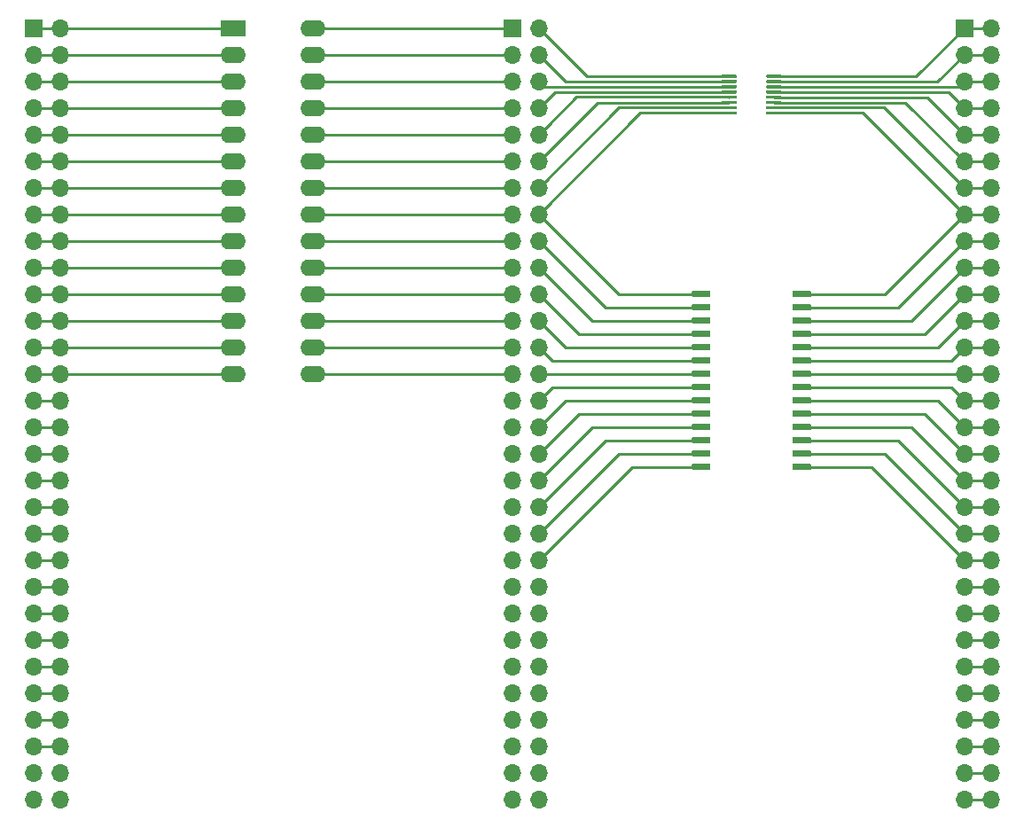
<source format=gbr>
%TF.GenerationSoftware,KiCad,Pcbnew,5.1.5+dfsg1-2build2*%
%TF.CreationDate,2021-12-31T02:56:54+01:00*%
%TF.ProjectId,chip-breakout,63686970-2d62-4726-9561-6b6f75742e6b,rev?*%
%TF.SameCoordinates,Original*%
%TF.FileFunction,Copper,L2,Bot*%
%TF.FilePolarity,Positive*%
%FSLAX46Y46*%
G04 Gerber Fmt 4.6, Leading zero omitted, Abs format (unit mm)*
G04 Created by KiCad (PCBNEW 5.1.5+dfsg1-2build2) date 2021-12-31 02:56:54*
%MOMM*%
%LPD*%
G04 APERTURE LIST*
%ADD10O,1.700000X1.700000*%
%ADD11R,1.700000X1.700000*%
%ADD12C,0.100000*%
%ADD13O,2.400000X1.600000*%
%ADD14R,2.400000X1.600000*%
%ADD15C,0.250000*%
G04 APERTURE END LIST*
D10*
X142240000Y-101600000D03*
X139700000Y-101600000D03*
X142240000Y-99060000D03*
X139700000Y-99060000D03*
X142240000Y-96520000D03*
X139700000Y-96520000D03*
X142240000Y-93980000D03*
X139700000Y-93980000D03*
X142240000Y-91440000D03*
X139700000Y-91440000D03*
X142240000Y-88900000D03*
X139700000Y-88900000D03*
X142240000Y-86360000D03*
X139700000Y-86360000D03*
X142240000Y-83820000D03*
X139700000Y-83820000D03*
X142240000Y-81280000D03*
X139700000Y-81280000D03*
X142240000Y-78740000D03*
X139700000Y-78740000D03*
X142240000Y-76200000D03*
X139700000Y-76200000D03*
X142240000Y-73660000D03*
X139700000Y-73660000D03*
X142240000Y-71120000D03*
X139700000Y-71120000D03*
X142240000Y-68580000D03*
X139700000Y-68580000D03*
X142240000Y-66040000D03*
X139700000Y-66040000D03*
X142240000Y-63500000D03*
X139700000Y-63500000D03*
X142240000Y-60960000D03*
X139700000Y-60960000D03*
X142240000Y-58420000D03*
X139700000Y-58420000D03*
X142240000Y-55880000D03*
X139700000Y-55880000D03*
X142240000Y-53340000D03*
X139700000Y-53340000D03*
X142240000Y-50800000D03*
X139700000Y-50800000D03*
X142240000Y-48260000D03*
X139700000Y-48260000D03*
X142240000Y-45720000D03*
X139700000Y-45720000D03*
X142240000Y-43180000D03*
X139700000Y-43180000D03*
X142240000Y-40640000D03*
X139700000Y-40640000D03*
X142240000Y-38100000D03*
X139700000Y-38100000D03*
X142240000Y-35560000D03*
X139700000Y-35560000D03*
X142240000Y-33020000D03*
X139700000Y-33020000D03*
X142240000Y-30480000D03*
X139700000Y-30480000D03*
X142240000Y-27940000D03*
D11*
X139700000Y-27940000D03*
%TA.AperFunction,SMDPad,CuDef*%
D12*
G36*
X124944703Y-69550722D02*
G01*
X124959264Y-69552882D01*
X124973543Y-69556459D01*
X124987403Y-69561418D01*
X125000710Y-69567712D01*
X125013336Y-69575280D01*
X125025159Y-69584048D01*
X125036066Y-69593934D01*
X125045952Y-69604841D01*
X125054720Y-69616664D01*
X125062288Y-69629290D01*
X125068582Y-69642597D01*
X125073541Y-69656457D01*
X125077118Y-69670736D01*
X125079278Y-69685297D01*
X125080000Y-69700000D01*
X125080000Y-70000000D01*
X125079278Y-70014703D01*
X125077118Y-70029264D01*
X125073541Y-70043543D01*
X125068582Y-70057403D01*
X125062288Y-70070710D01*
X125054720Y-70083336D01*
X125045952Y-70095159D01*
X125036066Y-70106066D01*
X125025159Y-70115952D01*
X125013336Y-70124720D01*
X125000710Y-70132288D01*
X124987403Y-70138582D01*
X124973543Y-70143541D01*
X124959264Y-70147118D01*
X124944703Y-70149278D01*
X124930000Y-70150000D01*
X123430000Y-70150000D01*
X123415297Y-70149278D01*
X123400736Y-70147118D01*
X123386457Y-70143541D01*
X123372597Y-70138582D01*
X123359290Y-70132288D01*
X123346664Y-70124720D01*
X123334841Y-70115952D01*
X123323934Y-70106066D01*
X123314048Y-70095159D01*
X123305280Y-70083336D01*
X123297712Y-70070710D01*
X123291418Y-70057403D01*
X123286459Y-70043543D01*
X123282882Y-70029264D01*
X123280722Y-70014703D01*
X123280000Y-70000000D01*
X123280000Y-69700000D01*
X123280722Y-69685297D01*
X123282882Y-69670736D01*
X123286459Y-69656457D01*
X123291418Y-69642597D01*
X123297712Y-69629290D01*
X123305280Y-69616664D01*
X123314048Y-69604841D01*
X123323934Y-69593934D01*
X123334841Y-69584048D01*
X123346664Y-69575280D01*
X123359290Y-69567712D01*
X123372597Y-69561418D01*
X123386457Y-69556459D01*
X123400736Y-69552882D01*
X123415297Y-69550722D01*
X123430000Y-69550000D01*
X124930000Y-69550000D01*
X124944703Y-69550722D01*
G37*
%TD.AperFunction*%
%TA.AperFunction,SMDPad,CuDef*%
G36*
X124944703Y-68280722D02*
G01*
X124959264Y-68282882D01*
X124973543Y-68286459D01*
X124987403Y-68291418D01*
X125000710Y-68297712D01*
X125013336Y-68305280D01*
X125025159Y-68314048D01*
X125036066Y-68323934D01*
X125045952Y-68334841D01*
X125054720Y-68346664D01*
X125062288Y-68359290D01*
X125068582Y-68372597D01*
X125073541Y-68386457D01*
X125077118Y-68400736D01*
X125079278Y-68415297D01*
X125080000Y-68430000D01*
X125080000Y-68730000D01*
X125079278Y-68744703D01*
X125077118Y-68759264D01*
X125073541Y-68773543D01*
X125068582Y-68787403D01*
X125062288Y-68800710D01*
X125054720Y-68813336D01*
X125045952Y-68825159D01*
X125036066Y-68836066D01*
X125025159Y-68845952D01*
X125013336Y-68854720D01*
X125000710Y-68862288D01*
X124987403Y-68868582D01*
X124973543Y-68873541D01*
X124959264Y-68877118D01*
X124944703Y-68879278D01*
X124930000Y-68880000D01*
X123430000Y-68880000D01*
X123415297Y-68879278D01*
X123400736Y-68877118D01*
X123386457Y-68873541D01*
X123372597Y-68868582D01*
X123359290Y-68862288D01*
X123346664Y-68854720D01*
X123334841Y-68845952D01*
X123323934Y-68836066D01*
X123314048Y-68825159D01*
X123305280Y-68813336D01*
X123297712Y-68800710D01*
X123291418Y-68787403D01*
X123286459Y-68773543D01*
X123282882Y-68759264D01*
X123280722Y-68744703D01*
X123280000Y-68730000D01*
X123280000Y-68430000D01*
X123280722Y-68415297D01*
X123282882Y-68400736D01*
X123286459Y-68386457D01*
X123291418Y-68372597D01*
X123297712Y-68359290D01*
X123305280Y-68346664D01*
X123314048Y-68334841D01*
X123323934Y-68323934D01*
X123334841Y-68314048D01*
X123346664Y-68305280D01*
X123359290Y-68297712D01*
X123372597Y-68291418D01*
X123386457Y-68286459D01*
X123400736Y-68282882D01*
X123415297Y-68280722D01*
X123430000Y-68280000D01*
X124930000Y-68280000D01*
X124944703Y-68280722D01*
G37*
%TD.AperFunction*%
%TA.AperFunction,SMDPad,CuDef*%
G36*
X124944703Y-67010722D02*
G01*
X124959264Y-67012882D01*
X124973543Y-67016459D01*
X124987403Y-67021418D01*
X125000710Y-67027712D01*
X125013336Y-67035280D01*
X125025159Y-67044048D01*
X125036066Y-67053934D01*
X125045952Y-67064841D01*
X125054720Y-67076664D01*
X125062288Y-67089290D01*
X125068582Y-67102597D01*
X125073541Y-67116457D01*
X125077118Y-67130736D01*
X125079278Y-67145297D01*
X125080000Y-67160000D01*
X125080000Y-67460000D01*
X125079278Y-67474703D01*
X125077118Y-67489264D01*
X125073541Y-67503543D01*
X125068582Y-67517403D01*
X125062288Y-67530710D01*
X125054720Y-67543336D01*
X125045952Y-67555159D01*
X125036066Y-67566066D01*
X125025159Y-67575952D01*
X125013336Y-67584720D01*
X125000710Y-67592288D01*
X124987403Y-67598582D01*
X124973543Y-67603541D01*
X124959264Y-67607118D01*
X124944703Y-67609278D01*
X124930000Y-67610000D01*
X123430000Y-67610000D01*
X123415297Y-67609278D01*
X123400736Y-67607118D01*
X123386457Y-67603541D01*
X123372597Y-67598582D01*
X123359290Y-67592288D01*
X123346664Y-67584720D01*
X123334841Y-67575952D01*
X123323934Y-67566066D01*
X123314048Y-67555159D01*
X123305280Y-67543336D01*
X123297712Y-67530710D01*
X123291418Y-67517403D01*
X123286459Y-67503543D01*
X123282882Y-67489264D01*
X123280722Y-67474703D01*
X123280000Y-67460000D01*
X123280000Y-67160000D01*
X123280722Y-67145297D01*
X123282882Y-67130736D01*
X123286459Y-67116457D01*
X123291418Y-67102597D01*
X123297712Y-67089290D01*
X123305280Y-67076664D01*
X123314048Y-67064841D01*
X123323934Y-67053934D01*
X123334841Y-67044048D01*
X123346664Y-67035280D01*
X123359290Y-67027712D01*
X123372597Y-67021418D01*
X123386457Y-67016459D01*
X123400736Y-67012882D01*
X123415297Y-67010722D01*
X123430000Y-67010000D01*
X124930000Y-67010000D01*
X124944703Y-67010722D01*
G37*
%TD.AperFunction*%
%TA.AperFunction,SMDPad,CuDef*%
G36*
X124944703Y-65740722D02*
G01*
X124959264Y-65742882D01*
X124973543Y-65746459D01*
X124987403Y-65751418D01*
X125000710Y-65757712D01*
X125013336Y-65765280D01*
X125025159Y-65774048D01*
X125036066Y-65783934D01*
X125045952Y-65794841D01*
X125054720Y-65806664D01*
X125062288Y-65819290D01*
X125068582Y-65832597D01*
X125073541Y-65846457D01*
X125077118Y-65860736D01*
X125079278Y-65875297D01*
X125080000Y-65890000D01*
X125080000Y-66190000D01*
X125079278Y-66204703D01*
X125077118Y-66219264D01*
X125073541Y-66233543D01*
X125068582Y-66247403D01*
X125062288Y-66260710D01*
X125054720Y-66273336D01*
X125045952Y-66285159D01*
X125036066Y-66296066D01*
X125025159Y-66305952D01*
X125013336Y-66314720D01*
X125000710Y-66322288D01*
X124987403Y-66328582D01*
X124973543Y-66333541D01*
X124959264Y-66337118D01*
X124944703Y-66339278D01*
X124930000Y-66340000D01*
X123430000Y-66340000D01*
X123415297Y-66339278D01*
X123400736Y-66337118D01*
X123386457Y-66333541D01*
X123372597Y-66328582D01*
X123359290Y-66322288D01*
X123346664Y-66314720D01*
X123334841Y-66305952D01*
X123323934Y-66296066D01*
X123314048Y-66285159D01*
X123305280Y-66273336D01*
X123297712Y-66260710D01*
X123291418Y-66247403D01*
X123286459Y-66233543D01*
X123282882Y-66219264D01*
X123280722Y-66204703D01*
X123280000Y-66190000D01*
X123280000Y-65890000D01*
X123280722Y-65875297D01*
X123282882Y-65860736D01*
X123286459Y-65846457D01*
X123291418Y-65832597D01*
X123297712Y-65819290D01*
X123305280Y-65806664D01*
X123314048Y-65794841D01*
X123323934Y-65783934D01*
X123334841Y-65774048D01*
X123346664Y-65765280D01*
X123359290Y-65757712D01*
X123372597Y-65751418D01*
X123386457Y-65746459D01*
X123400736Y-65742882D01*
X123415297Y-65740722D01*
X123430000Y-65740000D01*
X124930000Y-65740000D01*
X124944703Y-65740722D01*
G37*
%TD.AperFunction*%
%TA.AperFunction,SMDPad,CuDef*%
G36*
X124944703Y-64470722D02*
G01*
X124959264Y-64472882D01*
X124973543Y-64476459D01*
X124987403Y-64481418D01*
X125000710Y-64487712D01*
X125013336Y-64495280D01*
X125025159Y-64504048D01*
X125036066Y-64513934D01*
X125045952Y-64524841D01*
X125054720Y-64536664D01*
X125062288Y-64549290D01*
X125068582Y-64562597D01*
X125073541Y-64576457D01*
X125077118Y-64590736D01*
X125079278Y-64605297D01*
X125080000Y-64620000D01*
X125080000Y-64920000D01*
X125079278Y-64934703D01*
X125077118Y-64949264D01*
X125073541Y-64963543D01*
X125068582Y-64977403D01*
X125062288Y-64990710D01*
X125054720Y-65003336D01*
X125045952Y-65015159D01*
X125036066Y-65026066D01*
X125025159Y-65035952D01*
X125013336Y-65044720D01*
X125000710Y-65052288D01*
X124987403Y-65058582D01*
X124973543Y-65063541D01*
X124959264Y-65067118D01*
X124944703Y-65069278D01*
X124930000Y-65070000D01*
X123430000Y-65070000D01*
X123415297Y-65069278D01*
X123400736Y-65067118D01*
X123386457Y-65063541D01*
X123372597Y-65058582D01*
X123359290Y-65052288D01*
X123346664Y-65044720D01*
X123334841Y-65035952D01*
X123323934Y-65026066D01*
X123314048Y-65015159D01*
X123305280Y-65003336D01*
X123297712Y-64990710D01*
X123291418Y-64977403D01*
X123286459Y-64963543D01*
X123282882Y-64949264D01*
X123280722Y-64934703D01*
X123280000Y-64920000D01*
X123280000Y-64620000D01*
X123280722Y-64605297D01*
X123282882Y-64590736D01*
X123286459Y-64576457D01*
X123291418Y-64562597D01*
X123297712Y-64549290D01*
X123305280Y-64536664D01*
X123314048Y-64524841D01*
X123323934Y-64513934D01*
X123334841Y-64504048D01*
X123346664Y-64495280D01*
X123359290Y-64487712D01*
X123372597Y-64481418D01*
X123386457Y-64476459D01*
X123400736Y-64472882D01*
X123415297Y-64470722D01*
X123430000Y-64470000D01*
X124930000Y-64470000D01*
X124944703Y-64470722D01*
G37*
%TD.AperFunction*%
%TA.AperFunction,SMDPad,CuDef*%
G36*
X124944703Y-63200722D02*
G01*
X124959264Y-63202882D01*
X124973543Y-63206459D01*
X124987403Y-63211418D01*
X125000710Y-63217712D01*
X125013336Y-63225280D01*
X125025159Y-63234048D01*
X125036066Y-63243934D01*
X125045952Y-63254841D01*
X125054720Y-63266664D01*
X125062288Y-63279290D01*
X125068582Y-63292597D01*
X125073541Y-63306457D01*
X125077118Y-63320736D01*
X125079278Y-63335297D01*
X125080000Y-63350000D01*
X125080000Y-63650000D01*
X125079278Y-63664703D01*
X125077118Y-63679264D01*
X125073541Y-63693543D01*
X125068582Y-63707403D01*
X125062288Y-63720710D01*
X125054720Y-63733336D01*
X125045952Y-63745159D01*
X125036066Y-63756066D01*
X125025159Y-63765952D01*
X125013336Y-63774720D01*
X125000710Y-63782288D01*
X124987403Y-63788582D01*
X124973543Y-63793541D01*
X124959264Y-63797118D01*
X124944703Y-63799278D01*
X124930000Y-63800000D01*
X123430000Y-63800000D01*
X123415297Y-63799278D01*
X123400736Y-63797118D01*
X123386457Y-63793541D01*
X123372597Y-63788582D01*
X123359290Y-63782288D01*
X123346664Y-63774720D01*
X123334841Y-63765952D01*
X123323934Y-63756066D01*
X123314048Y-63745159D01*
X123305280Y-63733336D01*
X123297712Y-63720710D01*
X123291418Y-63707403D01*
X123286459Y-63693543D01*
X123282882Y-63679264D01*
X123280722Y-63664703D01*
X123280000Y-63650000D01*
X123280000Y-63350000D01*
X123280722Y-63335297D01*
X123282882Y-63320736D01*
X123286459Y-63306457D01*
X123291418Y-63292597D01*
X123297712Y-63279290D01*
X123305280Y-63266664D01*
X123314048Y-63254841D01*
X123323934Y-63243934D01*
X123334841Y-63234048D01*
X123346664Y-63225280D01*
X123359290Y-63217712D01*
X123372597Y-63211418D01*
X123386457Y-63206459D01*
X123400736Y-63202882D01*
X123415297Y-63200722D01*
X123430000Y-63200000D01*
X124930000Y-63200000D01*
X124944703Y-63200722D01*
G37*
%TD.AperFunction*%
%TA.AperFunction,SMDPad,CuDef*%
G36*
X124944703Y-61930722D02*
G01*
X124959264Y-61932882D01*
X124973543Y-61936459D01*
X124987403Y-61941418D01*
X125000710Y-61947712D01*
X125013336Y-61955280D01*
X125025159Y-61964048D01*
X125036066Y-61973934D01*
X125045952Y-61984841D01*
X125054720Y-61996664D01*
X125062288Y-62009290D01*
X125068582Y-62022597D01*
X125073541Y-62036457D01*
X125077118Y-62050736D01*
X125079278Y-62065297D01*
X125080000Y-62080000D01*
X125080000Y-62380000D01*
X125079278Y-62394703D01*
X125077118Y-62409264D01*
X125073541Y-62423543D01*
X125068582Y-62437403D01*
X125062288Y-62450710D01*
X125054720Y-62463336D01*
X125045952Y-62475159D01*
X125036066Y-62486066D01*
X125025159Y-62495952D01*
X125013336Y-62504720D01*
X125000710Y-62512288D01*
X124987403Y-62518582D01*
X124973543Y-62523541D01*
X124959264Y-62527118D01*
X124944703Y-62529278D01*
X124930000Y-62530000D01*
X123430000Y-62530000D01*
X123415297Y-62529278D01*
X123400736Y-62527118D01*
X123386457Y-62523541D01*
X123372597Y-62518582D01*
X123359290Y-62512288D01*
X123346664Y-62504720D01*
X123334841Y-62495952D01*
X123323934Y-62486066D01*
X123314048Y-62475159D01*
X123305280Y-62463336D01*
X123297712Y-62450710D01*
X123291418Y-62437403D01*
X123286459Y-62423543D01*
X123282882Y-62409264D01*
X123280722Y-62394703D01*
X123280000Y-62380000D01*
X123280000Y-62080000D01*
X123280722Y-62065297D01*
X123282882Y-62050736D01*
X123286459Y-62036457D01*
X123291418Y-62022597D01*
X123297712Y-62009290D01*
X123305280Y-61996664D01*
X123314048Y-61984841D01*
X123323934Y-61973934D01*
X123334841Y-61964048D01*
X123346664Y-61955280D01*
X123359290Y-61947712D01*
X123372597Y-61941418D01*
X123386457Y-61936459D01*
X123400736Y-61932882D01*
X123415297Y-61930722D01*
X123430000Y-61930000D01*
X124930000Y-61930000D01*
X124944703Y-61930722D01*
G37*
%TD.AperFunction*%
%TA.AperFunction,SMDPad,CuDef*%
G36*
X124944703Y-60660722D02*
G01*
X124959264Y-60662882D01*
X124973543Y-60666459D01*
X124987403Y-60671418D01*
X125000710Y-60677712D01*
X125013336Y-60685280D01*
X125025159Y-60694048D01*
X125036066Y-60703934D01*
X125045952Y-60714841D01*
X125054720Y-60726664D01*
X125062288Y-60739290D01*
X125068582Y-60752597D01*
X125073541Y-60766457D01*
X125077118Y-60780736D01*
X125079278Y-60795297D01*
X125080000Y-60810000D01*
X125080000Y-61110000D01*
X125079278Y-61124703D01*
X125077118Y-61139264D01*
X125073541Y-61153543D01*
X125068582Y-61167403D01*
X125062288Y-61180710D01*
X125054720Y-61193336D01*
X125045952Y-61205159D01*
X125036066Y-61216066D01*
X125025159Y-61225952D01*
X125013336Y-61234720D01*
X125000710Y-61242288D01*
X124987403Y-61248582D01*
X124973543Y-61253541D01*
X124959264Y-61257118D01*
X124944703Y-61259278D01*
X124930000Y-61260000D01*
X123430000Y-61260000D01*
X123415297Y-61259278D01*
X123400736Y-61257118D01*
X123386457Y-61253541D01*
X123372597Y-61248582D01*
X123359290Y-61242288D01*
X123346664Y-61234720D01*
X123334841Y-61225952D01*
X123323934Y-61216066D01*
X123314048Y-61205159D01*
X123305280Y-61193336D01*
X123297712Y-61180710D01*
X123291418Y-61167403D01*
X123286459Y-61153543D01*
X123282882Y-61139264D01*
X123280722Y-61124703D01*
X123280000Y-61110000D01*
X123280000Y-60810000D01*
X123280722Y-60795297D01*
X123282882Y-60780736D01*
X123286459Y-60766457D01*
X123291418Y-60752597D01*
X123297712Y-60739290D01*
X123305280Y-60726664D01*
X123314048Y-60714841D01*
X123323934Y-60703934D01*
X123334841Y-60694048D01*
X123346664Y-60685280D01*
X123359290Y-60677712D01*
X123372597Y-60671418D01*
X123386457Y-60666459D01*
X123400736Y-60662882D01*
X123415297Y-60660722D01*
X123430000Y-60660000D01*
X124930000Y-60660000D01*
X124944703Y-60660722D01*
G37*
%TD.AperFunction*%
%TA.AperFunction,SMDPad,CuDef*%
G36*
X124944703Y-59390722D02*
G01*
X124959264Y-59392882D01*
X124973543Y-59396459D01*
X124987403Y-59401418D01*
X125000710Y-59407712D01*
X125013336Y-59415280D01*
X125025159Y-59424048D01*
X125036066Y-59433934D01*
X125045952Y-59444841D01*
X125054720Y-59456664D01*
X125062288Y-59469290D01*
X125068582Y-59482597D01*
X125073541Y-59496457D01*
X125077118Y-59510736D01*
X125079278Y-59525297D01*
X125080000Y-59540000D01*
X125080000Y-59840000D01*
X125079278Y-59854703D01*
X125077118Y-59869264D01*
X125073541Y-59883543D01*
X125068582Y-59897403D01*
X125062288Y-59910710D01*
X125054720Y-59923336D01*
X125045952Y-59935159D01*
X125036066Y-59946066D01*
X125025159Y-59955952D01*
X125013336Y-59964720D01*
X125000710Y-59972288D01*
X124987403Y-59978582D01*
X124973543Y-59983541D01*
X124959264Y-59987118D01*
X124944703Y-59989278D01*
X124930000Y-59990000D01*
X123430000Y-59990000D01*
X123415297Y-59989278D01*
X123400736Y-59987118D01*
X123386457Y-59983541D01*
X123372597Y-59978582D01*
X123359290Y-59972288D01*
X123346664Y-59964720D01*
X123334841Y-59955952D01*
X123323934Y-59946066D01*
X123314048Y-59935159D01*
X123305280Y-59923336D01*
X123297712Y-59910710D01*
X123291418Y-59897403D01*
X123286459Y-59883543D01*
X123282882Y-59869264D01*
X123280722Y-59854703D01*
X123280000Y-59840000D01*
X123280000Y-59540000D01*
X123280722Y-59525297D01*
X123282882Y-59510736D01*
X123286459Y-59496457D01*
X123291418Y-59482597D01*
X123297712Y-59469290D01*
X123305280Y-59456664D01*
X123314048Y-59444841D01*
X123323934Y-59433934D01*
X123334841Y-59424048D01*
X123346664Y-59415280D01*
X123359290Y-59407712D01*
X123372597Y-59401418D01*
X123386457Y-59396459D01*
X123400736Y-59392882D01*
X123415297Y-59390722D01*
X123430000Y-59390000D01*
X124930000Y-59390000D01*
X124944703Y-59390722D01*
G37*
%TD.AperFunction*%
%TA.AperFunction,SMDPad,CuDef*%
G36*
X124944703Y-58120722D02*
G01*
X124959264Y-58122882D01*
X124973543Y-58126459D01*
X124987403Y-58131418D01*
X125000710Y-58137712D01*
X125013336Y-58145280D01*
X125025159Y-58154048D01*
X125036066Y-58163934D01*
X125045952Y-58174841D01*
X125054720Y-58186664D01*
X125062288Y-58199290D01*
X125068582Y-58212597D01*
X125073541Y-58226457D01*
X125077118Y-58240736D01*
X125079278Y-58255297D01*
X125080000Y-58270000D01*
X125080000Y-58570000D01*
X125079278Y-58584703D01*
X125077118Y-58599264D01*
X125073541Y-58613543D01*
X125068582Y-58627403D01*
X125062288Y-58640710D01*
X125054720Y-58653336D01*
X125045952Y-58665159D01*
X125036066Y-58676066D01*
X125025159Y-58685952D01*
X125013336Y-58694720D01*
X125000710Y-58702288D01*
X124987403Y-58708582D01*
X124973543Y-58713541D01*
X124959264Y-58717118D01*
X124944703Y-58719278D01*
X124930000Y-58720000D01*
X123430000Y-58720000D01*
X123415297Y-58719278D01*
X123400736Y-58717118D01*
X123386457Y-58713541D01*
X123372597Y-58708582D01*
X123359290Y-58702288D01*
X123346664Y-58694720D01*
X123334841Y-58685952D01*
X123323934Y-58676066D01*
X123314048Y-58665159D01*
X123305280Y-58653336D01*
X123297712Y-58640710D01*
X123291418Y-58627403D01*
X123286459Y-58613543D01*
X123282882Y-58599264D01*
X123280722Y-58584703D01*
X123280000Y-58570000D01*
X123280000Y-58270000D01*
X123280722Y-58255297D01*
X123282882Y-58240736D01*
X123286459Y-58226457D01*
X123291418Y-58212597D01*
X123297712Y-58199290D01*
X123305280Y-58186664D01*
X123314048Y-58174841D01*
X123323934Y-58163934D01*
X123334841Y-58154048D01*
X123346664Y-58145280D01*
X123359290Y-58137712D01*
X123372597Y-58131418D01*
X123386457Y-58126459D01*
X123400736Y-58122882D01*
X123415297Y-58120722D01*
X123430000Y-58120000D01*
X124930000Y-58120000D01*
X124944703Y-58120722D01*
G37*
%TD.AperFunction*%
%TA.AperFunction,SMDPad,CuDef*%
G36*
X124944703Y-56850722D02*
G01*
X124959264Y-56852882D01*
X124973543Y-56856459D01*
X124987403Y-56861418D01*
X125000710Y-56867712D01*
X125013336Y-56875280D01*
X125025159Y-56884048D01*
X125036066Y-56893934D01*
X125045952Y-56904841D01*
X125054720Y-56916664D01*
X125062288Y-56929290D01*
X125068582Y-56942597D01*
X125073541Y-56956457D01*
X125077118Y-56970736D01*
X125079278Y-56985297D01*
X125080000Y-57000000D01*
X125080000Y-57300000D01*
X125079278Y-57314703D01*
X125077118Y-57329264D01*
X125073541Y-57343543D01*
X125068582Y-57357403D01*
X125062288Y-57370710D01*
X125054720Y-57383336D01*
X125045952Y-57395159D01*
X125036066Y-57406066D01*
X125025159Y-57415952D01*
X125013336Y-57424720D01*
X125000710Y-57432288D01*
X124987403Y-57438582D01*
X124973543Y-57443541D01*
X124959264Y-57447118D01*
X124944703Y-57449278D01*
X124930000Y-57450000D01*
X123430000Y-57450000D01*
X123415297Y-57449278D01*
X123400736Y-57447118D01*
X123386457Y-57443541D01*
X123372597Y-57438582D01*
X123359290Y-57432288D01*
X123346664Y-57424720D01*
X123334841Y-57415952D01*
X123323934Y-57406066D01*
X123314048Y-57395159D01*
X123305280Y-57383336D01*
X123297712Y-57370710D01*
X123291418Y-57357403D01*
X123286459Y-57343543D01*
X123282882Y-57329264D01*
X123280722Y-57314703D01*
X123280000Y-57300000D01*
X123280000Y-57000000D01*
X123280722Y-56985297D01*
X123282882Y-56970736D01*
X123286459Y-56956457D01*
X123291418Y-56942597D01*
X123297712Y-56929290D01*
X123305280Y-56916664D01*
X123314048Y-56904841D01*
X123323934Y-56893934D01*
X123334841Y-56884048D01*
X123346664Y-56875280D01*
X123359290Y-56867712D01*
X123372597Y-56861418D01*
X123386457Y-56856459D01*
X123400736Y-56852882D01*
X123415297Y-56850722D01*
X123430000Y-56850000D01*
X124930000Y-56850000D01*
X124944703Y-56850722D01*
G37*
%TD.AperFunction*%
%TA.AperFunction,SMDPad,CuDef*%
G36*
X124944703Y-55580722D02*
G01*
X124959264Y-55582882D01*
X124973543Y-55586459D01*
X124987403Y-55591418D01*
X125000710Y-55597712D01*
X125013336Y-55605280D01*
X125025159Y-55614048D01*
X125036066Y-55623934D01*
X125045952Y-55634841D01*
X125054720Y-55646664D01*
X125062288Y-55659290D01*
X125068582Y-55672597D01*
X125073541Y-55686457D01*
X125077118Y-55700736D01*
X125079278Y-55715297D01*
X125080000Y-55730000D01*
X125080000Y-56030000D01*
X125079278Y-56044703D01*
X125077118Y-56059264D01*
X125073541Y-56073543D01*
X125068582Y-56087403D01*
X125062288Y-56100710D01*
X125054720Y-56113336D01*
X125045952Y-56125159D01*
X125036066Y-56136066D01*
X125025159Y-56145952D01*
X125013336Y-56154720D01*
X125000710Y-56162288D01*
X124987403Y-56168582D01*
X124973543Y-56173541D01*
X124959264Y-56177118D01*
X124944703Y-56179278D01*
X124930000Y-56180000D01*
X123430000Y-56180000D01*
X123415297Y-56179278D01*
X123400736Y-56177118D01*
X123386457Y-56173541D01*
X123372597Y-56168582D01*
X123359290Y-56162288D01*
X123346664Y-56154720D01*
X123334841Y-56145952D01*
X123323934Y-56136066D01*
X123314048Y-56125159D01*
X123305280Y-56113336D01*
X123297712Y-56100710D01*
X123291418Y-56087403D01*
X123286459Y-56073543D01*
X123282882Y-56059264D01*
X123280722Y-56044703D01*
X123280000Y-56030000D01*
X123280000Y-55730000D01*
X123280722Y-55715297D01*
X123282882Y-55700736D01*
X123286459Y-55686457D01*
X123291418Y-55672597D01*
X123297712Y-55659290D01*
X123305280Y-55646664D01*
X123314048Y-55634841D01*
X123323934Y-55623934D01*
X123334841Y-55614048D01*
X123346664Y-55605280D01*
X123359290Y-55597712D01*
X123372597Y-55591418D01*
X123386457Y-55586459D01*
X123400736Y-55582882D01*
X123415297Y-55580722D01*
X123430000Y-55580000D01*
X124930000Y-55580000D01*
X124944703Y-55580722D01*
G37*
%TD.AperFunction*%
%TA.AperFunction,SMDPad,CuDef*%
G36*
X124944703Y-54310722D02*
G01*
X124959264Y-54312882D01*
X124973543Y-54316459D01*
X124987403Y-54321418D01*
X125000710Y-54327712D01*
X125013336Y-54335280D01*
X125025159Y-54344048D01*
X125036066Y-54353934D01*
X125045952Y-54364841D01*
X125054720Y-54376664D01*
X125062288Y-54389290D01*
X125068582Y-54402597D01*
X125073541Y-54416457D01*
X125077118Y-54430736D01*
X125079278Y-54445297D01*
X125080000Y-54460000D01*
X125080000Y-54760000D01*
X125079278Y-54774703D01*
X125077118Y-54789264D01*
X125073541Y-54803543D01*
X125068582Y-54817403D01*
X125062288Y-54830710D01*
X125054720Y-54843336D01*
X125045952Y-54855159D01*
X125036066Y-54866066D01*
X125025159Y-54875952D01*
X125013336Y-54884720D01*
X125000710Y-54892288D01*
X124987403Y-54898582D01*
X124973543Y-54903541D01*
X124959264Y-54907118D01*
X124944703Y-54909278D01*
X124930000Y-54910000D01*
X123430000Y-54910000D01*
X123415297Y-54909278D01*
X123400736Y-54907118D01*
X123386457Y-54903541D01*
X123372597Y-54898582D01*
X123359290Y-54892288D01*
X123346664Y-54884720D01*
X123334841Y-54875952D01*
X123323934Y-54866066D01*
X123314048Y-54855159D01*
X123305280Y-54843336D01*
X123297712Y-54830710D01*
X123291418Y-54817403D01*
X123286459Y-54803543D01*
X123282882Y-54789264D01*
X123280722Y-54774703D01*
X123280000Y-54760000D01*
X123280000Y-54460000D01*
X123280722Y-54445297D01*
X123282882Y-54430736D01*
X123286459Y-54416457D01*
X123291418Y-54402597D01*
X123297712Y-54389290D01*
X123305280Y-54376664D01*
X123314048Y-54364841D01*
X123323934Y-54353934D01*
X123334841Y-54344048D01*
X123346664Y-54335280D01*
X123359290Y-54327712D01*
X123372597Y-54321418D01*
X123386457Y-54316459D01*
X123400736Y-54312882D01*
X123415297Y-54310722D01*
X123430000Y-54310000D01*
X124930000Y-54310000D01*
X124944703Y-54310722D01*
G37*
%TD.AperFunction*%
%TA.AperFunction,SMDPad,CuDef*%
G36*
X124944703Y-53040722D02*
G01*
X124959264Y-53042882D01*
X124973543Y-53046459D01*
X124987403Y-53051418D01*
X125000710Y-53057712D01*
X125013336Y-53065280D01*
X125025159Y-53074048D01*
X125036066Y-53083934D01*
X125045952Y-53094841D01*
X125054720Y-53106664D01*
X125062288Y-53119290D01*
X125068582Y-53132597D01*
X125073541Y-53146457D01*
X125077118Y-53160736D01*
X125079278Y-53175297D01*
X125080000Y-53190000D01*
X125080000Y-53490000D01*
X125079278Y-53504703D01*
X125077118Y-53519264D01*
X125073541Y-53533543D01*
X125068582Y-53547403D01*
X125062288Y-53560710D01*
X125054720Y-53573336D01*
X125045952Y-53585159D01*
X125036066Y-53596066D01*
X125025159Y-53605952D01*
X125013336Y-53614720D01*
X125000710Y-53622288D01*
X124987403Y-53628582D01*
X124973543Y-53633541D01*
X124959264Y-53637118D01*
X124944703Y-53639278D01*
X124930000Y-53640000D01*
X123430000Y-53640000D01*
X123415297Y-53639278D01*
X123400736Y-53637118D01*
X123386457Y-53633541D01*
X123372597Y-53628582D01*
X123359290Y-53622288D01*
X123346664Y-53614720D01*
X123334841Y-53605952D01*
X123323934Y-53596066D01*
X123314048Y-53585159D01*
X123305280Y-53573336D01*
X123297712Y-53560710D01*
X123291418Y-53547403D01*
X123286459Y-53533543D01*
X123282882Y-53519264D01*
X123280722Y-53504703D01*
X123280000Y-53490000D01*
X123280000Y-53190000D01*
X123280722Y-53175297D01*
X123282882Y-53160736D01*
X123286459Y-53146457D01*
X123291418Y-53132597D01*
X123297712Y-53119290D01*
X123305280Y-53106664D01*
X123314048Y-53094841D01*
X123323934Y-53083934D01*
X123334841Y-53074048D01*
X123346664Y-53065280D01*
X123359290Y-53057712D01*
X123372597Y-53051418D01*
X123386457Y-53046459D01*
X123400736Y-53042882D01*
X123415297Y-53040722D01*
X123430000Y-53040000D01*
X124930000Y-53040000D01*
X124944703Y-53040722D01*
G37*
%TD.AperFunction*%
%TA.AperFunction,SMDPad,CuDef*%
G36*
X115344703Y-53040722D02*
G01*
X115359264Y-53042882D01*
X115373543Y-53046459D01*
X115387403Y-53051418D01*
X115400710Y-53057712D01*
X115413336Y-53065280D01*
X115425159Y-53074048D01*
X115436066Y-53083934D01*
X115445952Y-53094841D01*
X115454720Y-53106664D01*
X115462288Y-53119290D01*
X115468582Y-53132597D01*
X115473541Y-53146457D01*
X115477118Y-53160736D01*
X115479278Y-53175297D01*
X115480000Y-53190000D01*
X115480000Y-53490000D01*
X115479278Y-53504703D01*
X115477118Y-53519264D01*
X115473541Y-53533543D01*
X115468582Y-53547403D01*
X115462288Y-53560710D01*
X115454720Y-53573336D01*
X115445952Y-53585159D01*
X115436066Y-53596066D01*
X115425159Y-53605952D01*
X115413336Y-53614720D01*
X115400710Y-53622288D01*
X115387403Y-53628582D01*
X115373543Y-53633541D01*
X115359264Y-53637118D01*
X115344703Y-53639278D01*
X115330000Y-53640000D01*
X113830000Y-53640000D01*
X113815297Y-53639278D01*
X113800736Y-53637118D01*
X113786457Y-53633541D01*
X113772597Y-53628582D01*
X113759290Y-53622288D01*
X113746664Y-53614720D01*
X113734841Y-53605952D01*
X113723934Y-53596066D01*
X113714048Y-53585159D01*
X113705280Y-53573336D01*
X113697712Y-53560710D01*
X113691418Y-53547403D01*
X113686459Y-53533543D01*
X113682882Y-53519264D01*
X113680722Y-53504703D01*
X113680000Y-53490000D01*
X113680000Y-53190000D01*
X113680722Y-53175297D01*
X113682882Y-53160736D01*
X113686459Y-53146457D01*
X113691418Y-53132597D01*
X113697712Y-53119290D01*
X113705280Y-53106664D01*
X113714048Y-53094841D01*
X113723934Y-53083934D01*
X113734841Y-53074048D01*
X113746664Y-53065280D01*
X113759290Y-53057712D01*
X113772597Y-53051418D01*
X113786457Y-53046459D01*
X113800736Y-53042882D01*
X113815297Y-53040722D01*
X113830000Y-53040000D01*
X115330000Y-53040000D01*
X115344703Y-53040722D01*
G37*
%TD.AperFunction*%
%TA.AperFunction,SMDPad,CuDef*%
G36*
X115344703Y-54310722D02*
G01*
X115359264Y-54312882D01*
X115373543Y-54316459D01*
X115387403Y-54321418D01*
X115400710Y-54327712D01*
X115413336Y-54335280D01*
X115425159Y-54344048D01*
X115436066Y-54353934D01*
X115445952Y-54364841D01*
X115454720Y-54376664D01*
X115462288Y-54389290D01*
X115468582Y-54402597D01*
X115473541Y-54416457D01*
X115477118Y-54430736D01*
X115479278Y-54445297D01*
X115480000Y-54460000D01*
X115480000Y-54760000D01*
X115479278Y-54774703D01*
X115477118Y-54789264D01*
X115473541Y-54803543D01*
X115468582Y-54817403D01*
X115462288Y-54830710D01*
X115454720Y-54843336D01*
X115445952Y-54855159D01*
X115436066Y-54866066D01*
X115425159Y-54875952D01*
X115413336Y-54884720D01*
X115400710Y-54892288D01*
X115387403Y-54898582D01*
X115373543Y-54903541D01*
X115359264Y-54907118D01*
X115344703Y-54909278D01*
X115330000Y-54910000D01*
X113830000Y-54910000D01*
X113815297Y-54909278D01*
X113800736Y-54907118D01*
X113786457Y-54903541D01*
X113772597Y-54898582D01*
X113759290Y-54892288D01*
X113746664Y-54884720D01*
X113734841Y-54875952D01*
X113723934Y-54866066D01*
X113714048Y-54855159D01*
X113705280Y-54843336D01*
X113697712Y-54830710D01*
X113691418Y-54817403D01*
X113686459Y-54803543D01*
X113682882Y-54789264D01*
X113680722Y-54774703D01*
X113680000Y-54760000D01*
X113680000Y-54460000D01*
X113680722Y-54445297D01*
X113682882Y-54430736D01*
X113686459Y-54416457D01*
X113691418Y-54402597D01*
X113697712Y-54389290D01*
X113705280Y-54376664D01*
X113714048Y-54364841D01*
X113723934Y-54353934D01*
X113734841Y-54344048D01*
X113746664Y-54335280D01*
X113759290Y-54327712D01*
X113772597Y-54321418D01*
X113786457Y-54316459D01*
X113800736Y-54312882D01*
X113815297Y-54310722D01*
X113830000Y-54310000D01*
X115330000Y-54310000D01*
X115344703Y-54310722D01*
G37*
%TD.AperFunction*%
%TA.AperFunction,SMDPad,CuDef*%
G36*
X115344703Y-55580722D02*
G01*
X115359264Y-55582882D01*
X115373543Y-55586459D01*
X115387403Y-55591418D01*
X115400710Y-55597712D01*
X115413336Y-55605280D01*
X115425159Y-55614048D01*
X115436066Y-55623934D01*
X115445952Y-55634841D01*
X115454720Y-55646664D01*
X115462288Y-55659290D01*
X115468582Y-55672597D01*
X115473541Y-55686457D01*
X115477118Y-55700736D01*
X115479278Y-55715297D01*
X115480000Y-55730000D01*
X115480000Y-56030000D01*
X115479278Y-56044703D01*
X115477118Y-56059264D01*
X115473541Y-56073543D01*
X115468582Y-56087403D01*
X115462288Y-56100710D01*
X115454720Y-56113336D01*
X115445952Y-56125159D01*
X115436066Y-56136066D01*
X115425159Y-56145952D01*
X115413336Y-56154720D01*
X115400710Y-56162288D01*
X115387403Y-56168582D01*
X115373543Y-56173541D01*
X115359264Y-56177118D01*
X115344703Y-56179278D01*
X115330000Y-56180000D01*
X113830000Y-56180000D01*
X113815297Y-56179278D01*
X113800736Y-56177118D01*
X113786457Y-56173541D01*
X113772597Y-56168582D01*
X113759290Y-56162288D01*
X113746664Y-56154720D01*
X113734841Y-56145952D01*
X113723934Y-56136066D01*
X113714048Y-56125159D01*
X113705280Y-56113336D01*
X113697712Y-56100710D01*
X113691418Y-56087403D01*
X113686459Y-56073543D01*
X113682882Y-56059264D01*
X113680722Y-56044703D01*
X113680000Y-56030000D01*
X113680000Y-55730000D01*
X113680722Y-55715297D01*
X113682882Y-55700736D01*
X113686459Y-55686457D01*
X113691418Y-55672597D01*
X113697712Y-55659290D01*
X113705280Y-55646664D01*
X113714048Y-55634841D01*
X113723934Y-55623934D01*
X113734841Y-55614048D01*
X113746664Y-55605280D01*
X113759290Y-55597712D01*
X113772597Y-55591418D01*
X113786457Y-55586459D01*
X113800736Y-55582882D01*
X113815297Y-55580722D01*
X113830000Y-55580000D01*
X115330000Y-55580000D01*
X115344703Y-55580722D01*
G37*
%TD.AperFunction*%
%TA.AperFunction,SMDPad,CuDef*%
G36*
X115344703Y-56850722D02*
G01*
X115359264Y-56852882D01*
X115373543Y-56856459D01*
X115387403Y-56861418D01*
X115400710Y-56867712D01*
X115413336Y-56875280D01*
X115425159Y-56884048D01*
X115436066Y-56893934D01*
X115445952Y-56904841D01*
X115454720Y-56916664D01*
X115462288Y-56929290D01*
X115468582Y-56942597D01*
X115473541Y-56956457D01*
X115477118Y-56970736D01*
X115479278Y-56985297D01*
X115480000Y-57000000D01*
X115480000Y-57300000D01*
X115479278Y-57314703D01*
X115477118Y-57329264D01*
X115473541Y-57343543D01*
X115468582Y-57357403D01*
X115462288Y-57370710D01*
X115454720Y-57383336D01*
X115445952Y-57395159D01*
X115436066Y-57406066D01*
X115425159Y-57415952D01*
X115413336Y-57424720D01*
X115400710Y-57432288D01*
X115387403Y-57438582D01*
X115373543Y-57443541D01*
X115359264Y-57447118D01*
X115344703Y-57449278D01*
X115330000Y-57450000D01*
X113830000Y-57450000D01*
X113815297Y-57449278D01*
X113800736Y-57447118D01*
X113786457Y-57443541D01*
X113772597Y-57438582D01*
X113759290Y-57432288D01*
X113746664Y-57424720D01*
X113734841Y-57415952D01*
X113723934Y-57406066D01*
X113714048Y-57395159D01*
X113705280Y-57383336D01*
X113697712Y-57370710D01*
X113691418Y-57357403D01*
X113686459Y-57343543D01*
X113682882Y-57329264D01*
X113680722Y-57314703D01*
X113680000Y-57300000D01*
X113680000Y-57000000D01*
X113680722Y-56985297D01*
X113682882Y-56970736D01*
X113686459Y-56956457D01*
X113691418Y-56942597D01*
X113697712Y-56929290D01*
X113705280Y-56916664D01*
X113714048Y-56904841D01*
X113723934Y-56893934D01*
X113734841Y-56884048D01*
X113746664Y-56875280D01*
X113759290Y-56867712D01*
X113772597Y-56861418D01*
X113786457Y-56856459D01*
X113800736Y-56852882D01*
X113815297Y-56850722D01*
X113830000Y-56850000D01*
X115330000Y-56850000D01*
X115344703Y-56850722D01*
G37*
%TD.AperFunction*%
%TA.AperFunction,SMDPad,CuDef*%
G36*
X115344703Y-58120722D02*
G01*
X115359264Y-58122882D01*
X115373543Y-58126459D01*
X115387403Y-58131418D01*
X115400710Y-58137712D01*
X115413336Y-58145280D01*
X115425159Y-58154048D01*
X115436066Y-58163934D01*
X115445952Y-58174841D01*
X115454720Y-58186664D01*
X115462288Y-58199290D01*
X115468582Y-58212597D01*
X115473541Y-58226457D01*
X115477118Y-58240736D01*
X115479278Y-58255297D01*
X115480000Y-58270000D01*
X115480000Y-58570000D01*
X115479278Y-58584703D01*
X115477118Y-58599264D01*
X115473541Y-58613543D01*
X115468582Y-58627403D01*
X115462288Y-58640710D01*
X115454720Y-58653336D01*
X115445952Y-58665159D01*
X115436066Y-58676066D01*
X115425159Y-58685952D01*
X115413336Y-58694720D01*
X115400710Y-58702288D01*
X115387403Y-58708582D01*
X115373543Y-58713541D01*
X115359264Y-58717118D01*
X115344703Y-58719278D01*
X115330000Y-58720000D01*
X113830000Y-58720000D01*
X113815297Y-58719278D01*
X113800736Y-58717118D01*
X113786457Y-58713541D01*
X113772597Y-58708582D01*
X113759290Y-58702288D01*
X113746664Y-58694720D01*
X113734841Y-58685952D01*
X113723934Y-58676066D01*
X113714048Y-58665159D01*
X113705280Y-58653336D01*
X113697712Y-58640710D01*
X113691418Y-58627403D01*
X113686459Y-58613543D01*
X113682882Y-58599264D01*
X113680722Y-58584703D01*
X113680000Y-58570000D01*
X113680000Y-58270000D01*
X113680722Y-58255297D01*
X113682882Y-58240736D01*
X113686459Y-58226457D01*
X113691418Y-58212597D01*
X113697712Y-58199290D01*
X113705280Y-58186664D01*
X113714048Y-58174841D01*
X113723934Y-58163934D01*
X113734841Y-58154048D01*
X113746664Y-58145280D01*
X113759290Y-58137712D01*
X113772597Y-58131418D01*
X113786457Y-58126459D01*
X113800736Y-58122882D01*
X113815297Y-58120722D01*
X113830000Y-58120000D01*
X115330000Y-58120000D01*
X115344703Y-58120722D01*
G37*
%TD.AperFunction*%
%TA.AperFunction,SMDPad,CuDef*%
G36*
X115344703Y-59390722D02*
G01*
X115359264Y-59392882D01*
X115373543Y-59396459D01*
X115387403Y-59401418D01*
X115400710Y-59407712D01*
X115413336Y-59415280D01*
X115425159Y-59424048D01*
X115436066Y-59433934D01*
X115445952Y-59444841D01*
X115454720Y-59456664D01*
X115462288Y-59469290D01*
X115468582Y-59482597D01*
X115473541Y-59496457D01*
X115477118Y-59510736D01*
X115479278Y-59525297D01*
X115480000Y-59540000D01*
X115480000Y-59840000D01*
X115479278Y-59854703D01*
X115477118Y-59869264D01*
X115473541Y-59883543D01*
X115468582Y-59897403D01*
X115462288Y-59910710D01*
X115454720Y-59923336D01*
X115445952Y-59935159D01*
X115436066Y-59946066D01*
X115425159Y-59955952D01*
X115413336Y-59964720D01*
X115400710Y-59972288D01*
X115387403Y-59978582D01*
X115373543Y-59983541D01*
X115359264Y-59987118D01*
X115344703Y-59989278D01*
X115330000Y-59990000D01*
X113830000Y-59990000D01*
X113815297Y-59989278D01*
X113800736Y-59987118D01*
X113786457Y-59983541D01*
X113772597Y-59978582D01*
X113759290Y-59972288D01*
X113746664Y-59964720D01*
X113734841Y-59955952D01*
X113723934Y-59946066D01*
X113714048Y-59935159D01*
X113705280Y-59923336D01*
X113697712Y-59910710D01*
X113691418Y-59897403D01*
X113686459Y-59883543D01*
X113682882Y-59869264D01*
X113680722Y-59854703D01*
X113680000Y-59840000D01*
X113680000Y-59540000D01*
X113680722Y-59525297D01*
X113682882Y-59510736D01*
X113686459Y-59496457D01*
X113691418Y-59482597D01*
X113697712Y-59469290D01*
X113705280Y-59456664D01*
X113714048Y-59444841D01*
X113723934Y-59433934D01*
X113734841Y-59424048D01*
X113746664Y-59415280D01*
X113759290Y-59407712D01*
X113772597Y-59401418D01*
X113786457Y-59396459D01*
X113800736Y-59392882D01*
X113815297Y-59390722D01*
X113830000Y-59390000D01*
X115330000Y-59390000D01*
X115344703Y-59390722D01*
G37*
%TD.AperFunction*%
%TA.AperFunction,SMDPad,CuDef*%
G36*
X115344703Y-60660722D02*
G01*
X115359264Y-60662882D01*
X115373543Y-60666459D01*
X115387403Y-60671418D01*
X115400710Y-60677712D01*
X115413336Y-60685280D01*
X115425159Y-60694048D01*
X115436066Y-60703934D01*
X115445952Y-60714841D01*
X115454720Y-60726664D01*
X115462288Y-60739290D01*
X115468582Y-60752597D01*
X115473541Y-60766457D01*
X115477118Y-60780736D01*
X115479278Y-60795297D01*
X115480000Y-60810000D01*
X115480000Y-61110000D01*
X115479278Y-61124703D01*
X115477118Y-61139264D01*
X115473541Y-61153543D01*
X115468582Y-61167403D01*
X115462288Y-61180710D01*
X115454720Y-61193336D01*
X115445952Y-61205159D01*
X115436066Y-61216066D01*
X115425159Y-61225952D01*
X115413336Y-61234720D01*
X115400710Y-61242288D01*
X115387403Y-61248582D01*
X115373543Y-61253541D01*
X115359264Y-61257118D01*
X115344703Y-61259278D01*
X115330000Y-61260000D01*
X113830000Y-61260000D01*
X113815297Y-61259278D01*
X113800736Y-61257118D01*
X113786457Y-61253541D01*
X113772597Y-61248582D01*
X113759290Y-61242288D01*
X113746664Y-61234720D01*
X113734841Y-61225952D01*
X113723934Y-61216066D01*
X113714048Y-61205159D01*
X113705280Y-61193336D01*
X113697712Y-61180710D01*
X113691418Y-61167403D01*
X113686459Y-61153543D01*
X113682882Y-61139264D01*
X113680722Y-61124703D01*
X113680000Y-61110000D01*
X113680000Y-60810000D01*
X113680722Y-60795297D01*
X113682882Y-60780736D01*
X113686459Y-60766457D01*
X113691418Y-60752597D01*
X113697712Y-60739290D01*
X113705280Y-60726664D01*
X113714048Y-60714841D01*
X113723934Y-60703934D01*
X113734841Y-60694048D01*
X113746664Y-60685280D01*
X113759290Y-60677712D01*
X113772597Y-60671418D01*
X113786457Y-60666459D01*
X113800736Y-60662882D01*
X113815297Y-60660722D01*
X113830000Y-60660000D01*
X115330000Y-60660000D01*
X115344703Y-60660722D01*
G37*
%TD.AperFunction*%
%TA.AperFunction,SMDPad,CuDef*%
G36*
X115344703Y-61930722D02*
G01*
X115359264Y-61932882D01*
X115373543Y-61936459D01*
X115387403Y-61941418D01*
X115400710Y-61947712D01*
X115413336Y-61955280D01*
X115425159Y-61964048D01*
X115436066Y-61973934D01*
X115445952Y-61984841D01*
X115454720Y-61996664D01*
X115462288Y-62009290D01*
X115468582Y-62022597D01*
X115473541Y-62036457D01*
X115477118Y-62050736D01*
X115479278Y-62065297D01*
X115480000Y-62080000D01*
X115480000Y-62380000D01*
X115479278Y-62394703D01*
X115477118Y-62409264D01*
X115473541Y-62423543D01*
X115468582Y-62437403D01*
X115462288Y-62450710D01*
X115454720Y-62463336D01*
X115445952Y-62475159D01*
X115436066Y-62486066D01*
X115425159Y-62495952D01*
X115413336Y-62504720D01*
X115400710Y-62512288D01*
X115387403Y-62518582D01*
X115373543Y-62523541D01*
X115359264Y-62527118D01*
X115344703Y-62529278D01*
X115330000Y-62530000D01*
X113830000Y-62530000D01*
X113815297Y-62529278D01*
X113800736Y-62527118D01*
X113786457Y-62523541D01*
X113772597Y-62518582D01*
X113759290Y-62512288D01*
X113746664Y-62504720D01*
X113734841Y-62495952D01*
X113723934Y-62486066D01*
X113714048Y-62475159D01*
X113705280Y-62463336D01*
X113697712Y-62450710D01*
X113691418Y-62437403D01*
X113686459Y-62423543D01*
X113682882Y-62409264D01*
X113680722Y-62394703D01*
X113680000Y-62380000D01*
X113680000Y-62080000D01*
X113680722Y-62065297D01*
X113682882Y-62050736D01*
X113686459Y-62036457D01*
X113691418Y-62022597D01*
X113697712Y-62009290D01*
X113705280Y-61996664D01*
X113714048Y-61984841D01*
X113723934Y-61973934D01*
X113734841Y-61964048D01*
X113746664Y-61955280D01*
X113759290Y-61947712D01*
X113772597Y-61941418D01*
X113786457Y-61936459D01*
X113800736Y-61932882D01*
X113815297Y-61930722D01*
X113830000Y-61930000D01*
X115330000Y-61930000D01*
X115344703Y-61930722D01*
G37*
%TD.AperFunction*%
%TA.AperFunction,SMDPad,CuDef*%
G36*
X115344703Y-63200722D02*
G01*
X115359264Y-63202882D01*
X115373543Y-63206459D01*
X115387403Y-63211418D01*
X115400710Y-63217712D01*
X115413336Y-63225280D01*
X115425159Y-63234048D01*
X115436066Y-63243934D01*
X115445952Y-63254841D01*
X115454720Y-63266664D01*
X115462288Y-63279290D01*
X115468582Y-63292597D01*
X115473541Y-63306457D01*
X115477118Y-63320736D01*
X115479278Y-63335297D01*
X115480000Y-63350000D01*
X115480000Y-63650000D01*
X115479278Y-63664703D01*
X115477118Y-63679264D01*
X115473541Y-63693543D01*
X115468582Y-63707403D01*
X115462288Y-63720710D01*
X115454720Y-63733336D01*
X115445952Y-63745159D01*
X115436066Y-63756066D01*
X115425159Y-63765952D01*
X115413336Y-63774720D01*
X115400710Y-63782288D01*
X115387403Y-63788582D01*
X115373543Y-63793541D01*
X115359264Y-63797118D01*
X115344703Y-63799278D01*
X115330000Y-63800000D01*
X113830000Y-63800000D01*
X113815297Y-63799278D01*
X113800736Y-63797118D01*
X113786457Y-63793541D01*
X113772597Y-63788582D01*
X113759290Y-63782288D01*
X113746664Y-63774720D01*
X113734841Y-63765952D01*
X113723934Y-63756066D01*
X113714048Y-63745159D01*
X113705280Y-63733336D01*
X113697712Y-63720710D01*
X113691418Y-63707403D01*
X113686459Y-63693543D01*
X113682882Y-63679264D01*
X113680722Y-63664703D01*
X113680000Y-63650000D01*
X113680000Y-63350000D01*
X113680722Y-63335297D01*
X113682882Y-63320736D01*
X113686459Y-63306457D01*
X113691418Y-63292597D01*
X113697712Y-63279290D01*
X113705280Y-63266664D01*
X113714048Y-63254841D01*
X113723934Y-63243934D01*
X113734841Y-63234048D01*
X113746664Y-63225280D01*
X113759290Y-63217712D01*
X113772597Y-63211418D01*
X113786457Y-63206459D01*
X113800736Y-63202882D01*
X113815297Y-63200722D01*
X113830000Y-63200000D01*
X115330000Y-63200000D01*
X115344703Y-63200722D01*
G37*
%TD.AperFunction*%
%TA.AperFunction,SMDPad,CuDef*%
G36*
X115344703Y-64470722D02*
G01*
X115359264Y-64472882D01*
X115373543Y-64476459D01*
X115387403Y-64481418D01*
X115400710Y-64487712D01*
X115413336Y-64495280D01*
X115425159Y-64504048D01*
X115436066Y-64513934D01*
X115445952Y-64524841D01*
X115454720Y-64536664D01*
X115462288Y-64549290D01*
X115468582Y-64562597D01*
X115473541Y-64576457D01*
X115477118Y-64590736D01*
X115479278Y-64605297D01*
X115480000Y-64620000D01*
X115480000Y-64920000D01*
X115479278Y-64934703D01*
X115477118Y-64949264D01*
X115473541Y-64963543D01*
X115468582Y-64977403D01*
X115462288Y-64990710D01*
X115454720Y-65003336D01*
X115445952Y-65015159D01*
X115436066Y-65026066D01*
X115425159Y-65035952D01*
X115413336Y-65044720D01*
X115400710Y-65052288D01*
X115387403Y-65058582D01*
X115373543Y-65063541D01*
X115359264Y-65067118D01*
X115344703Y-65069278D01*
X115330000Y-65070000D01*
X113830000Y-65070000D01*
X113815297Y-65069278D01*
X113800736Y-65067118D01*
X113786457Y-65063541D01*
X113772597Y-65058582D01*
X113759290Y-65052288D01*
X113746664Y-65044720D01*
X113734841Y-65035952D01*
X113723934Y-65026066D01*
X113714048Y-65015159D01*
X113705280Y-65003336D01*
X113697712Y-64990710D01*
X113691418Y-64977403D01*
X113686459Y-64963543D01*
X113682882Y-64949264D01*
X113680722Y-64934703D01*
X113680000Y-64920000D01*
X113680000Y-64620000D01*
X113680722Y-64605297D01*
X113682882Y-64590736D01*
X113686459Y-64576457D01*
X113691418Y-64562597D01*
X113697712Y-64549290D01*
X113705280Y-64536664D01*
X113714048Y-64524841D01*
X113723934Y-64513934D01*
X113734841Y-64504048D01*
X113746664Y-64495280D01*
X113759290Y-64487712D01*
X113772597Y-64481418D01*
X113786457Y-64476459D01*
X113800736Y-64472882D01*
X113815297Y-64470722D01*
X113830000Y-64470000D01*
X115330000Y-64470000D01*
X115344703Y-64470722D01*
G37*
%TD.AperFunction*%
%TA.AperFunction,SMDPad,CuDef*%
G36*
X115344703Y-65740722D02*
G01*
X115359264Y-65742882D01*
X115373543Y-65746459D01*
X115387403Y-65751418D01*
X115400710Y-65757712D01*
X115413336Y-65765280D01*
X115425159Y-65774048D01*
X115436066Y-65783934D01*
X115445952Y-65794841D01*
X115454720Y-65806664D01*
X115462288Y-65819290D01*
X115468582Y-65832597D01*
X115473541Y-65846457D01*
X115477118Y-65860736D01*
X115479278Y-65875297D01*
X115480000Y-65890000D01*
X115480000Y-66190000D01*
X115479278Y-66204703D01*
X115477118Y-66219264D01*
X115473541Y-66233543D01*
X115468582Y-66247403D01*
X115462288Y-66260710D01*
X115454720Y-66273336D01*
X115445952Y-66285159D01*
X115436066Y-66296066D01*
X115425159Y-66305952D01*
X115413336Y-66314720D01*
X115400710Y-66322288D01*
X115387403Y-66328582D01*
X115373543Y-66333541D01*
X115359264Y-66337118D01*
X115344703Y-66339278D01*
X115330000Y-66340000D01*
X113830000Y-66340000D01*
X113815297Y-66339278D01*
X113800736Y-66337118D01*
X113786457Y-66333541D01*
X113772597Y-66328582D01*
X113759290Y-66322288D01*
X113746664Y-66314720D01*
X113734841Y-66305952D01*
X113723934Y-66296066D01*
X113714048Y-66285159D01*
X113705280Y-66273336D01*
X113697712Y-66260710D01*
X113691418Y-66247403D01*
X113686459Y-66233543D01*
X113682882Y-66219264D01*
X113680722Y-66204703D01*
X113680000Y-66190000D01*
X113680000Y-65890000D01*
X113680722Y-65875297D01*
X113682882Y-65860736D01*
X113686459Y-65846457D01*
X113691418Y-65832597D01*
X113697712Y-65819290D01*
X113705280Y-65806664D01*
X113714048Y-65794841D01*
X113723934Y-65783934D01*
X113734841Y-65774048D01*
X113746664Y-65765280D01*
X113759290Y-65757712D01*
X113772597Y-65751418D01*
X113786457Y-65746459D01*
X113800736Y-65742882D01*
X113815297Y-65740722D01*
X113830000Y-65740000D01*
X115330000Y-65740000D01*
X115344703Y-65740722D01*
G37*
%TD.AperFunction*%
%TA.AperFunction,SMDPad,CuDef*%
G36*
X115344703Y-67010722D02*
G01*
X115359264Y-67012882D01*
X115373543Y-67016459D01*
X115387403Y-67021418D01*
X115400710Y-67027712D01*
X115413336Y-67035280D01*
X115425159Y-67044048D01*
X115436066Y-67053934D01*
X115445952Y-67064841D01*
X115454720Y-67076664D01*
X115462288Y-67089290D01*
X115468582Y-67102597D01*
X115473541Y-67116457D01*
X115477118Y-67130736D01*
X115479278Y-67145297D01*
X115480000Y-67160000D01*
X115480000Y-67460000D01*
X115479278Y-67474703D01*
X115477118Y-67489264D01*
X115473541Y-67503543D01*
X115468582Y-67517403D01*
X115462288Y-67530710D01*
X115454720Y-67543336D01*
X115445952Y-67555159D01*
X115436066Y-67566066D01*
X115425159Y-67575952D01*
X115413336Y-67584720D01*
X115400710Y-67592288D01*
X115387403Y-67598582D01*
X115373543Y-67603541D01*
X115359264Y-67607118D01*
X115344703Y-67609278D01*
X115330000Y-67610000D01*
X113830000Y-67610000D01*
X113815297Y-67609278D01*
X113800736Y-67607118D01*
X113786457Y-67603541D01*
X113772597Y-67598582D01*
X113759290Y-67592288D01*
X113746664Y-67584720D01*
X113734841Y-67575952D01*
X113723934Y-67566066D01*
X113714048Y-67555159D01*
X113705280Y-67543336D01*
X113697712Y-67530710D01*
X113691418Y-67517403D01*
X113686459Y-67503543D01*
X113682882Y-67489264D01*
X113680722Y-67474703D01*
X113680000Y-67460000D01*
X113680000Y-67160000D01*
X113680722Y-67145297D01*
X113682882Y-67130736D01*
X113686459Y-67116457D01*
X113691418Y-67102597D01*
X113697712Y-67089290D01*
X113705280Y-67076664D01*
X113714048Y-67064841D01*
X113723934Y-67053934D01*
X113734841Y-67044048D01*
X113746664Y-67035280D01*
X113759290Y-67027712D01*
X113772597Y-67021418D01*
X113786457Y-67016459D01*
X113800736Y-67012882D01*
X113815297Y-67010722D01*
X113830000Y-67010000D01*
X115330000Y-67010000D01*
X115344703Y-67010722D01*
G37*
%TD.AperFunction*%
%TA.AperFunction,SMDPad,CuDef*%
G36*
X115344703Y-68280722D02*
G01*
X115359264Y-68282882D01*
X115373543Y-68286459D01*
X115387403Y-68291418D01*
X115400710Y-68297712D01*
X115413336Y-68305280D01*
X115425159Y-68314048D01*
X115436066Y-68323934D01*
X115445952Y-68334841D01*
X115454720Y-68346664D01*
X115462288Y-68359290D01*
X115468582Y-68372597D01*
X115473541Y-68386457D01*
X115477118Y-68400736D01*
X115479278Y-68415297D01*
X115480000Y-68430000D01*
X115480000Y-68730000D01*
X115479278Y-68744703D01*
X115477118Y-68759264D01*
X115473541Y-68773543D01*
X115468582Y-68787403D01*
X115462288Y-68800710D01*
X115454720Y-68813336D01*
X115445952Y-68825159D01*
X115436066Y-68836066D01*
X115425159Y-68845952D01*
X115413336Y-68854720D01*
X115400710Y-68862288D01*
X115387403Y-68868582D01*
X115373543Y-68873541D01*
X115359264Y-68877118D01*
X115344703Y-68879278D01*
X115330000Y-68880000D01*
X113830000Y-68880000D01*
X113815297Y-68879278D01*
X113800736Y-68877118D01*
X113786457Y-68873541D01*
X113772597Y-68868582D01*
X113759290Y-68862288D01*
X113746664Y-68854720D01*
X113734841Y-68845952D01*
X113723934Y-68836066D01*
X113714048Y-68825159D01*
X113705280Y-68813336D01*
X113697712Y-68800710D01*
X113691418Y-68787403D01*
X113686459Y-68773543D01*
X113682882Y-68759264D01*
X113680722Y-68744703D01*
X113680000Y-68730000D01*
X113680000Y-68430000D01*
X113680722Y-68415297D01*
X113682882Y-68400736D01*
X113686459Y-68386457D01*
X113691418Y-68372597D01*
X113697712Y-68359290D01*
X113705280Y-68346664D01*
X113714048Y-68334841D01*
X113723934Y-68323934D01*
X113734841Y-68314048D01*
X113746664Y-68305280D01*
X113759290Y-68297712D01*
X113772597Y-68291418D01*
X113786457Y-68286459D01*
X113800736Y-68282882D01*
X113815297Y-68280722D01*
X113830000Y-68280000D01*
X115330000Y-68280000D01*
X115344703Y-68280722D01*
G37*
%TD.AperFunction*%
%TA.AperFunction,SMDPad,CuDef*%
G36*
X115344703Y-69550722D02*
G01*
X115359264Y-69552882D01*
X115373543Y-69556459D01*
X115387403Y-69561418D01*
X115400710Y-69567712D01*
X115413336Y-69575280D01*
X115425159Y-69584048D01*
X115436066Y-69593934D01*
X115445952Y-69604841D01*
X115454720Y-69616664D01*
X115462288Y-69629290D01*
X115468582Y-69642597D01*
X115473541Y-69656457D01*
X115477118Y-69670736D01*
X115479278Y-69685297D01*
X115480000Y-69700000D01*
X115480000Y-70000000D01*
X115479278Y-70014703D01*
X115477118Y-70029264D01*
X115473541Y-70043543D01*
X115468582Y-70057403D01*
X115462288Y-70070710D01*
X115454720Y-70083336D01*
X115445952Y-70095159D01*
X115436066Y-70106066D01*
X115425159Y-70115952D01*
X115413336Y-70124720D01*
X115400710Y-70132288D01*
X115387403Y-70138582D01*
X115373543Y-70143541D01*
X115359264Y-70147118D01*
X115344703Y-70149278D01*
X115330000Y-70150000D01*
X113830000Y-70150000D01*
X113815297Y-70149278D01*
X113800736Y-70147118D01*
X113786457Y-70143541D01*
X113772597Y-70138582D01*
X113759290Y-70132288D01*
X113746664Y-70124720D01*
X113734841Y-70115952D01*
X113723934Y-70106066D01*
X113714048Y-70095159D01*
X113705280Y-70083336D01*
X113697712Y-70070710D01*
X113691418Y-70057403D01*
X113686459Y-70043543D01*
X113682882Y-70029264D01*
X113680722Y-70014703D01*
X113680000Y-70000000D01*
X113680000Y-69700000D01*
X113680722Y-69685297D01*
X113682882Y-69670736D01*
X113686459Y-69656457D01*
X113691418Y-69642597D01*
X113697712Y-69629290D01*
X113705280Y-69616664D01*
X113714048Y-69604841D01*
X113723934Y-69593934D01*
X113734841Y-69584048D01*
X113746664Y-69575280D01*
X113759290Y-69567712D01*
X113772597Y-69561418D01*
X113786457Y-69556459D01*
X113800736Y-69552882D01*
X113815297Y-69550722D01*
X113830000Y-69550000D01*
X115330000Y-69550000D01*
X115344703Y-69550722D01*
G37*
%TD.AperFunction*%
%TA.AperFunction,SMDPad,CuDef*%
G36*
X122187351Y-35890361D02*
G01*
X122194632Y-35891441D01*
X122201771Y-35893229D01*
X122208701Y-35895709D01*
X122215355Y-35898856D01*
X122221668Y-35902640D01*
X122227579Y-35907024D01*
X122233033Y-35911967D01*
X122237976Y-35917421D01*
X122242360Y-35923332D01*
X122246144Y-35929645D01*
X122249291Y-35936299D01*
X122251771Y-35943229D01*
X122253559Y-35950368D01*
X122254639Y-35957649D01*
X122255000Y-35965000D01*
X122255000Y-36115000D01*
X122254639Y-36122351D01*
X122253559Y-36129632D01*
X122251771Y-36136771D01*
X122249291Y-36143701D01*
X122246144Y-36150355D01*
X122242360Y-36156668D01*
X122237976Y-36162579D01*
X122233033Y-36168033D01*
X122227579Y-36172976D01*
X122221668Y-36177360D01*
X122215355Y-36181144D01*
X122208701Y-36184291D01*
X122201771Y-36186771D01*
X122194632Y-36188559D01*
X122187351Y-36189639D01*
X122180000Y-36190000D01*
X120880000Y-36190000D01*
X120872649Y-36189639D01*
X120865368Y-36188559D01*
X120858229Y-36186771D01*
X120851299Y-36184291D01*
X120844645Y-36181144D01*
X120838332Y-36177360D01*
X120832421Y-36172976D01*
X120826967Y-36168033D01*
X120822024Y-36162579D01*
X120817640Y-36156668D01*
X120813856Y-36150355D01*
X120810709Y-36143701D01*
X120808229Y-36136771D01*
X120806441Y-36129632D01*
X120805361Y-36122351D01*
X120805000Y-36115000D01*
X120805000Y-35965000D01*
X120805361Y-35957649D01*
X120806441Y-35950368D01*
X120808229Y-35943229D01*
X120810709Y-35936299D01*
X120813856Y-35929645D01*
X120817640Y-35923332D01*
X120822024Y-35917421D01*
X120826967Y-35911967D01*
X120832421Y-35907024D01*
X120838332Y-35902640D01*
X120844645Y-35898856D01*
X120851299Y-35895709D01*
X120858229Y-35893229D01*
X120865368Y-35891441D01*
X120872649Y-35890361D01*
X120880000Y-35890000D01*
X122180000Y-35890000D01*
X122187351Y-35890361D01*
G37*
%TD.AperFunction*%
%TA.AperFunction,SMDPad,CuDef*%
G36*
X122187351Y-35390361D02*
G01*
X122194632Y-35391441D01*
X122201771Y-35393229D01*
X122208701Y-35395709D01*
X122215355Y-35398856D01*
X122221668Y-35402640D01*
X122227579Y-35407024D01*
X122233033Y-35411967D01*
X122237976Y-35417421D01*
X122242360Y-35423332D01*
X122246144Y-35429645D01*
X122249291Y-35436299D01*
X122251771Y-35443229D01*
X122253559Y-35450368D01*
X122254639Y-35457649D01*
X122255000Y-35465000D01*
X122255000Y-35615000D01*
X122254639Y-35622351D01*
X122253559Y-35629632D01*
X122251771Y-35636771D01*
X122249291Y-35643701D01*
X122246144Y-35650355D01*
X122242360Y-35656668D01*
X122237976Y-35662579D01*
X122233033Y-35668033D01*
X122227579Y-35672976D01*
X122221668Y-35677360D01*
X122215355Y-35681144D01*
X122208701Y-35684291D01*
X122201771Y-35686771D01*
X122194632Y-35688559D01*
X122187351Y-35689639D01*
X122180000Y-35690000D01*
X120880000Y-35690000D01*
X120872649Y-35689639D01*
X120865368Y-35688559D01*
X120858229Y-35686771D01*
X120851299Y-35684291D01*
X120844645Y-35681144D01*
X120838332Y-35677360D01*
X120832421Y-35672976D01*
X120826967Y-35668033D01*
X120822024Y-35662579D01*
X120817640Y-35656668D01*
X120813856Y-35650355D01*
X120810709Y-35643701D01*
X120808229Y-35636771D01*
X120806441Y-35629632D01*
X120805361Y-35622351D01*
X120805000Y-35615000D01*
X120805000Y-35465000D01*
X120805361Y-35457649D01*
X120806441Y-35450368D01*
X120808229Y-35443229D01*
X120810709Y-35436299D01*
X120813856Y-35429645D01*
X120817640Y-35423332D01*
X120822024Y-35417421D01*
X120826967Y-35411967D01*
X120832421Y-35407024D01*
X120838332Y-35402640D01*
X120844645Y-35398856D01*
X120851299Y-35395709D01*
X120858229Y-35393229D01*
X120865368Y-35391441D01*
X120872649Y-35390361D01*
X120880000Y-35390000D01*
X122180000Y-35390000D01*
X122187351Y-35390361D01*
G37*
%TD.AperFunction*%
%TA.AperFunction,SMDPad,CuDef*%
G36*
X122187351Y-34890361D02*
G01*
X122194632Y-34891441D01*
X122201771Y-34893229D01*
X122208701Y-34895709D01*
X122215355Y-34898856D01*
X122221668Y-34902640D01*
X122227579Y-34907024D01*
X122233033Y-34911967D01*
X122237976Y-34917421D01*
X122242360Y-34923332D01*
X122246144Y-34929645D01*
X122249291Y-34936299D01*
X122251771Y-34943229D01*
X122253559Y-34950368D01*
X122254639Y-34957649D01*
X122255000Y-34965000D01*
X122255000Y-35115000D01*
X122254639Y-35122351D01*
X122253559Y-35129632D01*
X122251771Y-35136771D01*
X122249291Y-35143701D01*
X122246144Y-35150355D01*
X122242360Y-35156668D01*
X122237976Y-35162579D01*
X122233033Y-35168033D01*
X122227579Y-35172976D01*
X122221668Y-35177360D01*
X122215355Y-35181144D01*
X122208701Y-35184291D01*
X122201771Y-35186771D01*
X122194632Y-35188559D01*
X122187351Y-35189639D01*
X122180000Y-35190000D01*
X120880000Y-35190000D01*
X120872649Y-35189639D01*
X120865368Y-35188559D01*
X120858229Y-35186771D01*
X120851299Y-35184291D01*
X120844645Y-35181144D01*
X120838332Y-35177360D01*
X120832421Y-35172976D01*
X120826967Y-35168033D01*
X120822024Y-35162579D01*
X120817640Y-35156668D01*
X120813856Y-35150355D01*
X120810709Y-35143701D01*
X120808229Y-35136771D01*
X120806441Y-35129632D01*
X120805361Y-35122351D01*
X120805000Y-35115000D01*
X120805000Y-34965000D01*
X120805361Y-34957649D01*
X120806441Y-34950368D01*
X120808229Y-34943229D01*
X120810709Y-34936299D01*
X120813856Y-34929645D01*
X120817640Y-34923332D01*
X120822024Y-34917421D01*
X120826967Y-34911967D01*
X120832421Y-34907024D01*
X120838332Y-34902640D01*
X120844645Y-34898856D01*
X120851299Y-34895709D01*
X120858229Y-34893229D01*
X120865368Y-34891441D01*
X120872649Y-34890361D01*
X120880000Y-34890000D01*
X122180000Y-34890000D01*
X122187351Y-34890361D01*
G37*
%TD.AperFunction*%
%TA.AperFunction,SMDPad,CuDef*%
G36*
X122187351Y-34390361D02*
G01*
X122194632Y-34391441D01*
X122201771Y-34393229D01*
X122208701Y-34395709D01*
X122215355Y-34398856D01*
X122221668Y-34402640D01*
X122227579Y-34407024D01*
X122233033Y-34411967D01*
X122237976Y-34417421D01*
X122242360Y-34423332D01*
X122246144Y-34429645D01*
X122249291Y-34436299D01*
X122251771Y-34443229D01*
X122253559Y-34450368D01*
X122254639Y-34457649D01*
X122255000Y-34465000D01*
X122255000Y-34615000D01*
X122254639Y-34622351D01*
X122253559Y-34629632D01*
X122251771Y-34636771D01*
X122249291Y-34643701D01*
X122246144Y-34650355D01*
X122242360Y-34656668D01*
X122237976Y-34662579D01*
X122233033Y-34668033D01*
X122227579Y-34672976D01*
X122221668Y-34677360D01*
X122215355Y-34681144D01*
X122208701Y-34684291D01*
X122201771Y-34686771D01*
X122194632Y-34688559D01*
X122187351Y-34689639D01*
X122180000Y-34690000D01*
X120880000Y-34690000D01*
X120872649Y-34689639D01*
X120865368Y-34688559D01*
X120858229Y-34686771D01*
X120851299Y-34684291D01*
X120844645Y-34681144D01*
X120838332Y-34677360D01*
X120832421Y-34672976D01*
X120826967Y-34668033D01*
X120822024Y-34662579D01*
X120817640Y-34656668D01*
X120813856Y-34650355D01*
X120810709Y-34643701D01*
X120808229Y-34636771D01*
X120806441Y-34629632D01*
X120805361Y-34622351D01*
X120805000Y-34615000D01*
X120805000Y-34465000D01*
X120805361Y-34457649D01*
X120806441Y-34450368D01*
X120808229Y-34443229D01*
X120810709Y-34436299D01*
X120813856Y-34429645D01*
X120817640Y-34423332D01*
X120822024Y-34417421D01*
X120826967Y-34411967D01*
X120832421Y-34407024D01*
X120838332Y-34402640D01*
X120844645Y-34398856D01*
X120851299Y-34395709D01*
X120858229Y-34393229D01*
X120865368Y-34391441D01*
X120872649Y-34390361D01*
X120880000Y-34390000D01*
X122180000Y-34390000D01*
X122187351Y-34390361D01*
G37*
%TD.AperFunction*%
%TA.AperFunction,SMDPad,CuDef*%
G36*
X122187351Y-33890361D02*
G01*
X122194632Y-33891441D01*
X122201771Y-33893229D01*
X122208701Y-33895709D01*
X122215355Y-33898856D01*
X122221668Y-33902640D01*
X122227579Y-33907024D01*
X122233033Y-33911967D01*
X122237976Y-33917421D01*
X122242360Y-33923332D01*
X122246144Y-33929645D01*
X122249291Y-33936299D01*
X122251771Y-33943229D01*
X122253559Y-33950368D01*
X122254639Y-33957649D01*
X122255000Y-33965000D01*
X122255000Y-34115000D01*
X122254639Y-34122351D01*
X122253559Y-34129632D01*
X122251771Y-34136771D01*
X122249291Y-34143701D01*
X122246144Y-34150355D01*
X122242360Y-34156668D01*
X122237976Y-34162579D01*
X122233033Y-34168033D01*
X122227579Y-34172976D01*
X122221668Y-34177360D01*
X122215355Y-34181144D01*
X122208701Y-34184291D01*
X122201771Y-34186771D01*
X122194632Y-34188559D01*
X122187351Y-34189639D01*
X122180000Y-34190000D01*
X120880000Y-34190000D01*
X120872649Y-34189639D01*
X120865368Y-34188559D01*
X120858229Y-34186771D01*
X120851299Y-34184291D01*
X120844645Y-34181144D01*
X120838332Y-34177360D01*
X120832421Y-34172976D01*
X120826967Y-34168033D01*
X120822024Y-34162579D01*
X120817640Y-34156668D01*
X120813856Y-34150355D01*
X120810709Y-34143701D01*
X120808229Y-34136771D01*
X120806441Y-34129632D01*
X120805361Y-34122351D01*
X120805000Y-34115000D01*
X120805000Y-33965000D01*
X120805361Y-33957649D01*
X120806441Y-33950368D01*
X120808229Y-33943229D01*
X120810709Y-33936299D01*
X120813856Y-33929645D01*
X120817640Y-33923332D01*
X120822024Y-33917421D01*
X120826967Y-33911967D01*
X120832421Y-33907024D01*
X120838332Y-33902640D01*
X120844645Y-33898856D01*
X120851299Y-33895709D01*
X120858229Y-33893229D01*
X120865368Y-33891441D01*
X120872649Y-33890361D01*
X120880000Y-33890000D01*
X122180000Y-33890000D01*
X122187351Y-33890361D01*
G37*
%TD.AperFunction*%
%TA.AperFunction,SMDPad,CuDef*%
G36*
X122187351Y-33390361D02*
G01*
X122194632Y-33391441D01*
X122201771Y-33393229D01*
X122208701Y-33395709D01*
X122215355Y-33398856D01*
X122221668Y-33402640D01*
X122227579Y-33407024D01*
X122233033Y-33411967D01*
X122237976Y-33417421D01*
X122242360Y-33423332D01*
X122246144Y-33429645D01*
X122249291Y-33436299D01*
X122251771Y-33443229D01*
X122253559Y-33450368D01*
X122254639Y-33457649D01*
X122255000Y-33465000D01*
X122255000Y-33615000D01*
X122254639Y-33622351D01*
X122253559Y-33629632D01*
X122251771Y-33636771D01*
X122249291Y-33643701D01*
X122246144Y-33650355D01*
X122242360Y-33656668D01*
X122237976Y-33662579D01*
X122233033Y-33668033D01*
X122227579Y-33672976D01*
X122221668Y-33677360D01*
X122215355Y-33681144D01*
X122208701Y-33684291D01*
X122201771Y-33686771D01*
X122194632Y-33688559D01*
X122187351Y-33689639D01*
X122180000Y-33690000D01*
X120880000Y-33690000D01*
X120872649Y-33689639D01*
X120865368Y-33688559D01*
X120858229Y-33686771D01*
X120851299Y-33684291D01*
X120844645Y-33681144D01*
X120838332Y-33677360D01*
X120832421Y-33672976D01*
X120826967Y-33668033D01*
X120822024Y-33662579D01*
X120817640Y-33656668D01*
X120813856Y-33650355D01*
X120810709Y-33643701D01*
X120808229Y-33636771D01*
X120806441Y-33629632D01*
X120805361Y-33622351D01*
X120805000Y-33615000D01*
X120805000Y-33465000D01*
X120805361Y-33457649D01*
X120806441Y-33450368D01*
X120808229Y-33443229D01*
X120810709Y-33436299D01*
X120813856Y-33429645D01*
X120817640Y-33423332D01*
X120822024Y-33417421D01*
X120826967Y-33411967D01*
X120832421Y-33407024D01*
X120838332Y-33402640D01*
X120844645Y-33398856D01*
X120851299Y-33395709D01*
X120858229Y-33393229D01*
X120865368Y-33391441D01*
X120872649Y-33390361D01*
X120880000Y-33390000D01*
X122180000Y-33390000D01*
X122187351Y-33390361D01*
G37*
%TD.AperFunction*%
%TA.AperFunction,SMDPad,CuDef*%
G36*
X122187351Y-32890361D02*
G01*
X122194632Y-32891441D01*
X122201771Y-32893229D01*
X122208701Y-32895709D01*
X122215355Y-32898856D01*
X122221668Y-32902640D01*
X122227579Y-32907024D01*
X122233033Y-32911967D01*
X122237976Y-32917421D01*
X122242360Y-32923332D01*
X122246144Y-32929645D01*
X122249291Y-32936299D01*
X122251771Y-32943229D01*
X122253559Y-32950368D01*
X122254639Y-32957649D01*
X122255000Y-32965000D01*
X122255000Y-33115000D01*
X122254639Y-33122351D01*
X122253559Y-33129632D01*
X122251771Y-33136771D01*
X122249291Y-33143701D01*
X122246144Y-33150355D01*
X122242360Y-33156668D01*
X122237976Y-33162579D01*
X122233033Y-33168033D01*
X122227579Y-33172976D01*
X122221668Y-33177360D01*
X122215355Y-33181144D01*
X122208701Y-33184291D01*
X122201771Y-33186771D01*
X122194632Y-33188559D01*
X122187351Y-33189639D01*
X122180000Y-33190000D01*
X120880000Y-33190000D01*
X120872649Y-33189639D01*
X120865368Y-33188559D01*
X120858229Y-33186771D01*
X120851299Y-33184291D01*
X120844645Y-33181144D01*
X120838332Y-33177360D01*
X120832421Y-33172976D01*
X120826967Y-33168033D01*
X120822024Y-33162579D01*
X120817640Y-33156668D01*
X120813856Y-33150355D01*
X120810709Y-33143701D01*
X120808229Y-33136771D01*
X120806441Y-33129632D01*
X120805361Y-33122351D01*
X120805000Y-33115000D01*
X120805000Y-32965000D01*
X120805361Y-32957649D01*
X120806441Y-32950368D01*
X120808229Y-32943229D01*
X120810709Y-32936299D01*
X120813856Y-32929645D01*
X120817640Y-32923332D01*
X120822024Y-32917421D01*
X120826967Y-32911967D01*
X120832421Y-32907024D01*
X120838332Y-32902640D01*
X120844645Y-32898856D01*
X120851299Y-32895709D01*
X120858229Y-32893229D01*
X120865368Y-32891441D01*
X120872649Y-32890361D01*
X120880000Y-32890000D01*
X122180000Y-32890000D01*
X122187351Y-32890361D01*
G37*
%TD.AperFunction*%
%TA.AperFunction,SMDPad,CuDef*%
G36*
X122187351Y-32390361D02*
G01*
X122194632Y-32391441D01*
X122201771Y-32393229D01*
X122208701Y-32395709D01*
X122215355Y-32398856D01*
X122221668Y-32402640D01*
X122227579Y-32407024D01*
X122233033Y-32411967D01*
X122237976Y-32417421D01*
X122242360Y-32423332D01*
X122246144Y-32429645D01*
X122249291Y-32436299D01*
X122251771Y-32443229D01*
X122253559Y-32450368D01*
X122254639Y-32457649D01*
X122255000Y-32465000D01*
X122255000Y-32615000D01*
X122254639Y-32622351D01*
X122253559Y-32629632D01*
X122251771Y-32636771D01*
X122249291Y-32643701D01*
X122246144Y-32650355D01*
X122242360Y-32656668D01*
X122237976Y-32662579D01*
X122233033Y-32668033D01*
X122227579Y-32672976D01*
X122221668Y-32677360D01*
X122215355Y-32681144D01*
X122208701Y-32684291D01*
X122201771Y-32686771D01*
X122194632Y-32688559D01*
X122187351Y-32689639D01*
X122180000Y-32690000D01*
X120880000Y-32690000D01*
X120872649Y-32689639D01*
X120865368Y-32688559D01*
X120858229Y-32686771D01*
X120851299Y-32684291D01*
X120844645Y-32681144D01*
X120838332Y-32677360D01*
X120832421Y-32672976D01*
X120826967Y-32668033D01*
X120822024Y-32662579D01*
X120817640Y-32656668D01*
X120813856Y-32650355D01*
X120810709Y-32643701D01*
X120808229Y-32636771D01*
X120806441Y-32629632D01*
X120805361Y-32622351D01*
X120805000Y-32615000D01*
X120805000Y-32465000D01*
X120805361Y-32457649D01*
X120806441Y-32450368D01*
X120808229Y-32443229D01*
X120810709Y-32436299D01*
X120813856Y-32429645D01*
X120817640Y-32423332D01*
X120822024Y-32417421D01*
X120826967Y-32411967D01*
X120832421Y-32407024D01*
X120838332Y-32402640D01*
X120844645Y-32398856D01*
X120851299Y-32395709D01*
X120858229Y-32393229D01*
X120865368Y-32391441D01*
X120872649Y-32390361D01*
X120880000Y-32390000D01*
X122180000Y-32390000D01*
X122187351Y-32390361D01*
G37*
%TD.AperFunction*%
%TA.AperFunction,SMDPad,CuDef*%
G36*
X117887351Y-32390361D02*
G01*
X117894632Y-32391441D01*
X117901771Y-32393229D01*
X117908701Y-32395709D01*
X117915355Y-32398856D01*
X117921668Y-32402640D01*
X117927579Y-32407024D01*
X117933033Y-32411967D01*
X117937976Y-32417421D01*
X117942360Y-32423332D01*
X117946144Y-32429645D01*
X117949291Y-32436299D01*
X117951771Y-32443229D01*
X117953559Y-32450368D01*
X117954639Y-32457649D01*
X117955000Y-32465000D01*
X117955000Y-32615000D01*
X117954639Y-32622351D01*
X117953559Y-32629632D01*
X117951771Y-32636771D01*
X117949291Y-32643701D01*
X117946144Y-32650355D01*
X117942360Y-32656668D01*
X117937976Y-32662579D01*
X117933033Y-32668033D01*
X117927579Y-32672976D01*
X117921668Y-32677360D01*
X117915355Y-32681144D01*
X117908701Y-32684291D01*
X117901771Y-32686771D01*
X117894632Y-32688559D01*
X117887351Y-32689639D01*
X117880000Y-32690000D01*
X116580000Y-32690000D01*
X116572649Y-32689639D01*
X116565368Y-32688559D01*
X116558229Y-32686771D01*
X116551299Y-32684291D01*
X116544645Y-32681144D01*
X116538332Y-32677360D01*
X116532421Y-32672976D01*
X116526967Y-32668033D01*
X116522024Y-32662579D01*
X116517640Y-32656668D01*
X116513856Y-32650355D01*
X116510709Y-32643701D01*
X116508229Y-32636771D01*
X116506441Y-32629632D01*
X116505361Y-32622351D01*
X116505000Y-32615000D01*
X116505000Y-32465000D01*
X116505361Y-32457649D01*
X116506441Y-32450368D01*
X116508229Y-32443229D01*
X116510709Y-32436299D01*
X116513856Y-32429645D01*
X116517640Y-32423332D01*
X116522024Y-32417421D01*
X116526967Y-32411967D01*
X116532421Y-32407024D01*
X116538332Y-32402640D01*
X116544645Y-32398856D01*
X116551299Y-32395709D01*
X116558229Y-32393229D01*
X116565368Y-32391441D01*
X116572649Y-32390361D01*
X116580000Y-32390000D01*
X117880000Y-32390000D01*
X117887351Y-32390361D01*
G37*
%TD.AperFunction*%
%TA.AperFunction,SMDPad,CuDef*%
G36*
X117887351Y-32890361D02*
G01*
X117894632Y-32891441D01*
X117901771Y-32893229D01*
X117908701Y-32895709D01*
X117915355Y-32898856D01*
X117921668Y-32902640D01*
X117927579Y-32907024D01*
X117933033Y-32911967D01*
X117937976Y-32917421D01*
X117942360Y-32923332D01*
X117946144Y-32929645D01*
X117949291Y-32936299D01*
X117951771Y-32943229D01*
X117953559Y-32950368D01*
X117954639Y-32957649D01*
X117955000Y-32965000D01*
X117955000Y-33115000D01*
X117954639Y-33122351D01*
X117953559Y-33129632D01*
X117951771Y-33136771D01*
X117949291Y-33143701D01*
X117946144Y-33150355D01*
X117942360Y-33156668D01*
X117937976Y-33162579D01*
X117933033Y-33168033D01*
X117927579Y-33172976D01*
X117921668Y-33177360D01*
X117915355Y-33181144D01*
X117908701Y-33184291D01*
X117901771Y-33186771D01*
X117894632Y-33188559D01*
X117887351Y-33189639D01*
X117880000Y-33190000D01*
X116580000Y-33190000D01*
X116572649Y-33189639D01*
X116565368Y-33188559D01*
X116558229Y-33186771D01*
X116551299Y-33184291D01*
X116544645Y-33181144D01*
X116538332Y-33177360D01*
X116532421Y-33172976D01*
X116526967Y-33168033D01*
X116522024Y-33162579D01*
X116517640Y-33156668D01*
X116513856Y-33150355D01*
X116510709Y-33143701D01*
X116508229Y-33136771D01*
X116506441Y-33129632D01*
X116505361Y-33122351D01*
X116505000Y-33115000D01*
X116505000Y-32965000D01*
X116505361Y-32957649D01*
X116506441Y-32950368D01*
X116508229Y-32943229D01*
X116510709Y-32936299D01*
X116513856Y-32929645D01*
X116517640Y-32923332D01*
X116522024Y-32917421D01*
X116526967Y-32911967D01*
X116532421Y-32907024D01*
X116538332Y-32902640D01*
X116544645Y-32898856D01*
X116551299Y-32895709D01*
X116558229Y-32893229D01*
X116565368Y-32891441D01*
X116572649Y-32890361D01*
X116580000Y-32890000D01*
X117880000Y-32890000D01*
X117887351Y-32890361D01*
G37*
%TD.AperFunction*%
%TA.AperFunction,SMDPad,CuDef*%
G36*
X117887351Y-33390361D02*
G01*
X117894632Y-33391441D01*
X117901771Y-33393229D01*
X117908701Y-33395709D01*
X117915355Y-33398856D01*
X117921668Y-33402640D01*
X117927579Y-33407024D01*
X117933033Y-33411967D01*
X117937976Y-33417421D01*
X117942360Y-33423332D01*
X117946144Y-33429645D01*
X117949291Y-33436299D01*
X117951771Y-33443229D01*
X117953559Y-33450368D01*
X117954639Y-33457649D01*
X117955000Y-33465000D01*
X117955000Y-33615000D01*
X117954639Y-33622351D01*
X117953559Y-33629632D01*
X117951771Y-33636771D01*
X117949291Y-33643701D01*
X117946144Y-33650355D01*
X117942360Y-33656668D01*
X117937976Y-33662579D01*
X117933033Y-33668033D01*
X117927579Y-33672976D01*
X117921668Y-33677360D01*
X117915355Y-33681144D01*
X117908701Y-33684291D01*
X117901771Y-33686771D01*
X117894632Y-33688559D01*
X117887351Y-33689639D01*
X117880000Y-33690000D01*
X116580000Y-33690000D01*
X116572649Y-33689639D01*
X116565368Y-33688559D01*
X116558229Y-33686771D01*
X116551299Y-33684291D01*
X116544645Y-33681144D01*
X116538332Y-33677360D01*
X116532421Y-33672976D01*
X116526967Y-33668033D01*
X116522024Y-33662579D01*
X116517640Y-33656668D01*
X116513856Y-33650355D01*
X116510709Y-33643701D01*
X116508229Y-33636771D01*
X116506441Y-33629632D01*
X116505361Y-33622351D01*
X116505000Y-33615000D01*
X116505000Y-33465000D01*
X116505361Y-33457649D01*
X116506441Y-33450368D01*
X116508229Y-33443229D01*
X116510709Y-33436299D01*
X116513856Y-33429645D01*
X116517640Y-33423332D01*
X116522024Y-33417421D01*
X116526967Y-33411967D01*
X116532421Y-33407024D01*
X116538332Y-33402640D01*
X116544645Y-33398856D01*
X116551299Y-33395709D01*
X116558229Y-33393229D01*
X116565368Y-33391441D01*
X116572649Y-33390361D01*
X116580000Y-33390000D01*
X117880000Y-33390000D01*
X117887351Y-33390361D01*
G37*
%TD.AperFunction*%
%TA.AperFunction,SMDPad,CuDef*%
G36*
X117887351Y-33890361D02*
G01*
X117894632Y-33891441D01*
X117901771Y-33893229D01*
X117908701Y-33895709D01*
X117915355Y-33898856D01*
X117921668Y-33902640D01*
X117927579Y-33907024D01*
X117933033Y-33911967D01*
X117937976Y-33917421D01*
X117942360Y-33923332D01*
X117946144Y-33929645D01*
X117949291Y-33936299D01*
X117951771Y-33943229D01*
X117953559Y-33950368D01*
X117954639Y-33957649D01*
X117955000Y-33965000D01*
X117955000Y-34115000D01*
X117954639Y-34122351D01*
X117953559Y-34129632D01*
X117951771Y-34136771D01*
X117949291Y-34143701D01*
X117946144Y-34150355D01*
X117942360Y-34156668D01*
X117937976Y-34162579D01*
X117933033Y-34168033D01*
X117927579Y-34172976D01*
X117921668Y-34177360D01*
X117915355Y-34181144D01*
X117908701Y-34184291D01*
X117901771Y-34186771D01*
X117894632Y-34188559D01*
X117887351Y-34189639D01*
X117880000Y-34190000D01*
X116580000Y-34190000D01*
X116572649Y-34189639D01*
X116565368Y-34188559D01*
X116558229Y-34186771D01*
X116551299Y-34184291D01*
X116544645Y-34181144D01*
X116538332Y-34177360D01*
X116532421Y-34172976D01*
X116526967Y-34168033D01*
X116522024Y-34162579D01*
X116517640Y-34156668D01*
X116513856Y-34150355D01*
X116510709Y-34143701D01*
X116508229Y-34136771D01*
X116506441Y-34129632D01*
X116505361Y-34122351D01*
X116505000Y-34115000D01*
X116505000Y-33965000D01*
X116505361Y-33957649D01*
X116506441Y-33950368D01*
X116508229Y-33943229D01*
X116510709Y-33936299D01*
X116513856Y-33929645D01*
X116517640Y-33923332D01*
X116522024Y-33917421D01*
X116526967Y-33911967D01*
X116532421Y-33907024D01*
X116538332Y-33902640D01*
X116544645Y-33898856D01*
X116551299Y-33895709D01*
X116558229Y-33893229D01*
X116565368Y-33891441D01*
X116572649Y-33890361D01*
X116580000Y-33890000D01*
X117880000Y-33890000D01*
X117887351Y-33890361D01*
G37*
%TD.AperFunction*%
%TA.AperFunction,SMDPad,CuDef*%
G36*
X117887351Y-34390361D02*
G01*
X117894632Y-34391441D01*
X117901771Y-34393229D01*
X117908701Y-34395709D01*
X117915355Y-34398856D01*
X117921668Y-34402640D01*
X117927579Y-34407024D01*
X117933033Y-34411967D01*
X117937976Y-34417421D01*
X117942360Y-34423332D01*
X117946144Y-34429645D01*
X117949291Y-34436299D01*
X117951771Y-34443229D01*
X117953559Y-34450368D01*
X117954639Y-34457649D01*
X117955000Y-34465000D01*
X117955000Y-34615000D01*
X117954639Y-34622351D01*
X117953559Y-34629632D01*
X117951771Y-34636771D01*
X117949291Y-34643701D01*
X117946144Y-34650355D01*
X117942360Y-34656668D01*
X117937976Y-34662579D01*
X117933033Y-34668033D01*
X117927579Y-34672976D01*
X117921668Y-34677360D01*
X117915355Y-34681144D01*
X117908701Y-34684291D01*
X117901771Y-34686771D01*
X117894632Y-34688559D01*
X117887351Y-34689639D01*
X117880000Y-34690000D01*
X116580000Y-34690000D01*
X116572649Y-34689639D01*
X116565368Y-34688559D01*
X116558229Y-34686771D01*
X116551299Y-34684291D01*
X116544645Y-34681144D01*
X116538332Y-34677360D01*
X116532421Y-34672976D01*
X116526967Y-34668033D01*
X116522024Y-34662579D01*
X116517640Y-34656668D01*
X116513856Y-34650355D01*
X116510709Y-34643701D01*
X116508229Y-34636771D01*
X116506441Y-34629632D01*
X116505361Y-34622351D01*
X116505000Y-34615000D01*
X116505000Y-34465000D01*
X116505361Y-34457649D01*
X116506441Y-34450368D01*
X116508229Y-34443229D01*
X116510709Y-34436299D01*
X116513856Y-34429645D01*
X116517640Y-34423332D01*
X116522024Y-34417421D01*
X116526967Y-34411967D01*
X116532421Y-34407024D01*
X116538332Y-34402640D01*
X116544645Y-34398856D01*
X116551299Y-34395709D01*
X116558229Y-34393229D01*
X116565368Y-34391441D01*
X116572649Y-34390361D01*
X116580000Y-34390000D01*
X117880000Y-34390000D01*
X117887351Y-34390361D01*
G37*
%TD.AperFunction*%
%TA.AperFunction,SMDPad,CuDef*%
G36*
X117887351Y-34890361D02*
G01*
X117894632Y-34891441D01*
X117901771Y-34893229D01*
X117908701Y-34895709D01*
X117915355Y-34898856D01*
X117921668Y-34902640D01*
X117927579Y-34907024D01*
X117933033Y-34911967D01*
X117937976Y-34917421D01*
X117942360Y-34923332D01*
X117946144Y-34929645D01*
X117949291Y-34936299D01*
X117951771Y-34943229D01*
X117953559Y-34950368D01*
X117954639Y-34957649D01*
X117955000Y-34965000D01*
X117955000Y-35115000D01*
X117954639Y-35122351D01*
X117953559Y-35129632D01*
X117951771Y-35136771D01*
X117949291Y-35143701D01*
X117946144Y-35150355D01*
X117942360Y-35156668D01*
X117937976Y-35162579D01*
X117933033Y-35168033D01*
X117927579Y-35172976D01*
X117921668Y-35177360D01*
X117915355Y-35181144D01*
X117908701Y-35184291D01*
X117901771Y-35186771D01*
X117894632Y-35188559D01*
X117887351Y-35189639D01*
X117880000Y-35190000D01*
X116580000Y-35190000D01*
X116572649Y-35189639D01*
X116565368Y-35188559D01*
X116558229Y-35186771D01*
X116551299Y-35184291D01*
X116544645Y-35181144D01*
X116538332Y-35177360D01*
X116532421Y-35172976D01*
X116526967Y-35168033D01*
X116522024Y-35162579D01*
X116517640Y-35156668D01*
X116513856Y-35150355D01*
X116510709Y-35143701D01*
X116508229Y-35136771D01*
X116506441Y-35129632D01*
X116505361Y-35122351D01*
X116505000Y-35115000D01*
X116505000Y-34965000D01*
X116505361Y-34957649D01*
X116506441Y-34950368D01*
X116508229Y-34943229D01*
X116510709Y-34936299D01*
X116513856Y-34929645D01*
X116517640Y-34923332D01*
X116522024Y-34917421D01*
X116526967Y-34911967D01*
X116532421Y-34907024D01*
X116538332Y-34902640D01*
X116544645Y-34898856D01*
X116551299Y-34895709D01*
X116558229Y-34893229D01*
X116565368Y-34891441D01*
X116572649Y-34890361D01*
X116580000Y-34890000D01*
X117880000Y-34890000D01*
X117887351Y-34890361D01*
G37*
%TD.AperFunction*%
%TA.AperFunction,SMDPad,CuDef*%
G36*
X117887351Y-35390361D02*
G01*
X117894632Y-35391441D01*
X117901771Y-35393229D01*
X117908701Y-35395709D01*
X117915355Y-35398856D01*
X117921668Y-35402640D01*
X117927579Y-35407024D01*
X117933033Y-35411967D01*
X117937976Y-35417421D01*
X117942360Y-35423332D01*
X117946144Y-35429645D01*
X117949291Y-35436299D01*
X117951771Y-35443229D01*
X117953559Y-35450368D01*
X117954639Y-35457649D01*
X117955000Y-35465000D01*
X117955000Y-35615000D01*
X117954639Y-35622351D01*
X117953559Y-35629632D01*
X117951771Y-35636771D01*
X117949291Y-35643701D01*
X117946144Y-35650355D01*
X117942360Y-35656668D01*
X117937976Y-35662579D01*
X117933033Y-35668033D01*
X117927579Y-35672976D01*
X117921668Y-35677360D01*
X117915355Y-35681144D01*
X117908701Y-35684291D01*
X117901771Y-35686771D01*
X117894632Y-35688559D01*
X117887351Y-35689639D01*
X117880000Y-35690000D01*
X116580000Y-35690000D01*
X116572649Y-35689639D01*
X116565368Y-35688559D01*
X116558229Y-35686771D01*
X116551299Y-35684291D01*
X116544645Y-35681144D01*
X116538332Y-35677360D01*
X116532421Y-35672976D01*
X116526967Y-35668033D01*
X116522024Y-35662579D01*
X116517640Y-35656668D01*
X116513856Y-35650355D01*
X116510709Y-35643701D01*
X116508229Y-35636771D01*
X116506441Y-35629632D01*
X116505361Y-35622351D01*
X116505000Y-35615000D01*
X116505000Y-35465000D01*
X116505361Y-35457649D01*
X116506441Y-35450368D01*
X116508229Y-35443229D01*
X116510709Y-35436299D01*
X116513856Y-35429645D01*
X116517640Y-35423332D01*
X116522024Y-35417421D01*
X116526967Y-35411967D01*
X116532421Y-35407024D01*
X116538332Y-35402640D01*
X116544645Y-35398856D01*
X116551299Y-35395709D01*
X116558229Y-35393229D01*
X116565368Y-35391441D01*
X116572649Y-35390361D01*
X116580000Y-35390000D01*
X117880000Y-35390000D01*
X117887351Y-35390361D01*
G37*
%TD.AperFunction*%
%TA.AperFunction,SMDPad,CuDef*%
G36*
X117887351Y-35890361D02*
G01*
X117894632Y-35891441D01*
X117901771Y-35893229D01*
X117908701Y-35895709D01*
X117915355Y-35898856D01*
X117921668Y-35902640D01*
X117927579Y-35907024D01*
X117933033Y-35911967D01*
X117937976Y-35917421D01*
X117942360Y-35923332D01*
X117946144Y-35929645D01*
X117949291Y-35936299D01*
X117951771Y-35943229D01*
X117953559Y-35950368D01*
X117954639Y-35957649D01*
X117955000Y-35965000D01*
X117955000Y-36115000D01*
X117954639Y-36122351D01*
X117953559Y-36129632D01*
X117951771Y-36136771D01*
X117949291Y-36143701D01*
X117946144Y-36150355D01*
X117942360Y-36156668D01*
X117937976Y-36162579D01*
X117933033Y-36168033D01*
X117927579Y-36172976D01*
X117921668Y-36177360D01*
X117915355Y-36181144D01*
X117908701Y-36184291D01*
X117901771Y-36186771D01*
X117894632Y-36188559D01*
X117887351Y-36189639D01*
X117880000Y-36190000D01*
X116580000Y-36190000D01*
X116572649Y-36189639D01*
X116565368Y-36188559D01*
X116558229Y-36186771D01*
X116551299Y-36184291D01*
X116544645Y-36181144D01*
X116538332Y-36177360D01*
X116532421Y-36172976D01*
X116526967Y-36168033D01*
X116522024Y-36162579D01*
X116517640Y-36156668D01*
X116513856Y-36150355D01*
X116510709Y-36143701D01*
X116508229Y-36136771D01*
X116506441Y-36129632D01*
X116505361Y-36122351D01*
X116505000Y-36115000D01*
X116505000Y-35965000D01*
X116505361Y-35957649D01*
X116506441Y-35950368D01*
X116508229Y-35943229D01*
X116510709Y-35936299D01*
X116513856Y-35929645D01*
X116517640Y-35923332D01*
X116522024Y-35917421D01*
X116526967Y-35911967D01*
X116532421Y-35907024D01*
X116538332Y-35902640D01*
X116544645Y-35898856D01*
X116551299Y-35895709D01*
X116558229Y-35893229D01*
X116565368Y-35891441D01*
X116572649Y-35890361D01*
X116580000Y-35890000D01*
X117880000Y-35890000D01*
X117887351Y-35890361D01*
G37*
%TD.AperFunction*%
D13*
X77470000Y-27940000D03*
X69850000Y-60960000D03*
X77470000Y-30480000D03*
X69850000Y-58420000D03*
X77470000Y-33020000D03*
X69850000Y-55880000D03*
X77470000Y-35560000D03*
X69850000Y-53340000D03*
X77470000Y-38100000D03*
X69850000Y-50800000D03*
X77470000Y-40640000D03*
X69850000Y-48260000D03*
X77470000Y-43180000D03*
X69850000Y-45720000D03*
X77470000Y-45720000D03*
X69850000Y-43180000D03*
X77470000Y-48260000D03*
X69850000Y-40640000D03*
X77470000Y-50800000D03*
X69850000Y-38100000D03*
X77470000Y-53340000D03*
X69850000Y-35560000D03*
X77470000Y-55880000D03*
X69850000Y-33020000D03*
X77470000Y-58420000D03*
X69850000Y-30480000D03*
X77470000Y-60960000D03*
D14*
X69850000Y-27940000D03*
D10*
X99060000Y-101600000D03*
X96520000Y-101600000D03*
X99060000Y-99060000D03*
X96520000Y-99060000D03*
X99060000Y-96520000D03*
X96520000Y-96520000D03*
X99060000Y-93980000D03*
X96520000Y-93980000D03*
X99060000Y-91440000D03*
X96520000Y-91440000D03*
X99060000Y-88900000D03*
X96520000Y-88900000D03*
X99060000Y-86360000D03*
X96520000Y-86360000D03*
X99060000Y-83820000D03*
X96520000Y-83820000D03*
X99060000Y-81280000D03*
X96520000Y-81280000D03*
X99060000Y-78740000D03*
X96520000Y-78740000D03*
X99060000Y-76200000D03*
X96520000Y-76200000D03*
X99060000Y-73660000D03*
X96520000Y-73660000D03*
X99060000Y-71120000D03*
X96520000Y-71120000D03*
X99060000Y-68580000D03*
X96520000Y-68580000D03*
X99060000Y-66040000D03*
X96520000Y-66040000D03*
X99060000Y-63500000D03*
X96520000Y-63500000D03*
X99060000Y-60960000D03*
X96520000Y-60960000D03*
X99060000Y-58420000D03*
X96520000Y-58420000D03*
X99060000Y-55880000D03*
X96520000Y-55880000D03*
X99060000Y-53340000D03*
X96520000Y-53340000D03*
X99060000Y-50800000D03*
X96520000Y-50800000D03*
X99060000Y-48260000D03*
X96520000Y-48260000D03*
X99060000Y-45720000D03*
X96520000Y-45720000D03*
X99060000Y-43180000D03*
X96520000Y-43180000D03*
X99060000Y-40640000D03*
X96520000Y-40640000D03*
X99060000Y-38100000D03*
X96520000Y-38100000D03*
X99060000Y-35560000D03*
X96520000Y-35560000D03*
X99060000Y-33020000D03*
X96520000Y-33020000D03*
X99060000Y-30480000D03*
X96520000Y-30480000D03*
X99060000Y-27940000D03*
D11*
X96520000Y-27940000D03*
D10*
X53340000Y-101600000D03*
X50800000Y-101600000D03*
X53340000Y-99060000D03*
X50800000Y-99060000D03*
X53340000Y-96520000D03*
X50800000Y-96520000D03*
X53340000Y-93980000D03*
X50800000Y-93980000D03*
X53340000Y-91440000D03*
X50800000Y-91440000D03*
X53340000Y-88900000D03*
X50800000Y-88900000D03*
X53340000Y-86360000D03*
X50800000Y-86360000D03*
X53340000Y-83820000D03*
X50800000Y-83820000D03*
X53340000Y-81280000D03*
X50800000Y-81280000D03*
X53340000Y-78740000D03*
X50800000Y-78740000D03*
X53340000Y-76200000D03*
X50800000Y-76200000D03*
X53340000Y-73660000D03*
X50800000Y-73660000D03*
X53340000Y-71120000D03*
X50800000Y-71120000D03*
X53340000Y-68580000D03*
X50800000Y-68580000D03*
X53340000Y-66040000D03*
X50800000Y-66040000D03*
X53340000Y-63500000D03*
X50800000Y-63500000D03*
X53340000Y-60960000D03*
X50800000Y-60960000D03*
X53340000Y-58420000D03*
X50800000Y-58420000D03*
X53340000Y-55880000D03*
X50800000Y-55880000D03*
X53340000Y-53340000D03*
X50800000Y-53340000D03*
X53340000Y-50800000D03*
X50800000Y-50800000D03*
X53340000Y-48260000D03*
X50800000Y-48260000D03*
X53340000Y-45720000D03*
X50800000Y-45720000D03*
X53340000Y-43180000D03*
X50800000Y-43180000D03*
X53340000Y-40640000D03*
X50800000Y-40640000D03*
X53340000Y-38100000D03*
X50800000Y-38100000D03*
X53340000Y-35560000D03*
X50800000Y-35560000D03*
X53340000Y-33020000D03*
X50800000Y-33020000D03*
X53340000Y-30480000D03*
X50800000Y-30480000D03*
X53340000Y-27940000D03*
D11*
X50800000Y-27940000D03*
D15*
X96520000Y-27940000D02*
X77470000Y-27940000D01*
X53340000Y-60960000D02*
X69850000Y-60960000D01*
X77470000Y-30480000D02*
X96520000Y-30480000D01*
X69850000Y-58420000D02*
X53340000Y-58420000D01*
X96520000Y-33020000D02*
X77470000Y-33020000D01*
X53340000Y-55880000D02*
X69850000Y-55880000D01*
X77470000Y-35560000D02*
X96520000Y-35560000D01*
X69850000Y-53340000D02*
X53340000Y-53340000D01*
X77470000Y-38100000D02*
X96520000Y-38100000D01*
X53340000Y-50800000D02*
X69850000Y-50800000D01*
X77470000Y-40640000D02*
X96520000Y-40640000D01*
X69850000Y-48260000D02*
X53340000Y-48260000D01*
X96520000Y-43180000D02*
X77470000Y-43180000D01*
X69850000Y-45720000D02*
X53340000Y-45720000D01*
X77470000Y-45720000D02*
X96520000Y-45720000D01*
X53340000Y-43180000D02*
X69850000Y-43180000D01*
X96520000Y-48260000D02*
X77470000Y-48260000D01*
X69850000Y-40640000D02*
X53340000Y-40640000D01*
X77470000Y-50800000D02*
X96520000Y-50800000D01*
X53340000Y-38100000D02*
X69850000Y-38100000D01*
X96520000Y-53340000D02*
X77470000Y-53340000D01*
X69850000Y-35560000D02*
X53340000Y-35560000D01*
X77470000Y-55880000D02*
X96520000Y-55880000D01*
X69850000Y-33020000D02*
X53340000Y-33020000D01*
X77470000Y-58420000D02*
X96520000Y-58420000D01*
X53340000Y-30480000D02*
X69850000Y-30480000D01*
X77470000Y-60960000D02*
X96520000Y-60960000D01*
X69850000Y-27940000D02*
X53340000Y-27940000D01*
X138850001Y-39790001D02*
X139700000Y-40640000D01*
X53340000Y-96520000D02*
X50800000Y-96520000D01*
X50800000Y-93980000D02*
X53340000Y-93980000D01*
X53340000Y-91440000D02*
X50800000Y-91440000D01*
X50800000Y-88900000D02*
X53340000Y-88900000D01*
X52137919Y-86360000D02*
X50800000Y-86360000D01*
X53340000Y-86360000D02*
X52137919Y-86360000D01*
X50800000Y-83820000D02*
X53340000Y-83820000D01*
X50800000Y-81280000D02*
X53340000Y-81280000D01*
X50800000Y-78740000D02*
X53340000Y-78740000D01*
X53340000Y-76200000D02*
X50800000Y-76200000D01*
X50800000Y-73660000D02*
X53340000Y-73660000D01*
X53340000Y-71120000D02*
X50800000Y-71120000D01*
X52137919Y-68580000D02*
X50800000Y-68580000D01*
X53340000Y-68580000D02*
X52137919Y-68580000D01*
X52137919Y-66040000D02*
X50800000Y-66040000D01*
X53340000Y-66040000D02*
X52137919Y-66040000D01*
X52002081Y-63500000D02*
X53340000Y-63500000D01*
X50800000Y-63500000D02*
X52002081Y-63500000D01*
X107950000Y-69850000D02*
X99060000Y-78740000D01*
X114580000Y-69850000D02*
X107950000Y-69850000D01*
X106680000Y-68580000D02*
X99060000Y-76200000D01*
X114580000Y-68580000D02*
X106680000Y-68580000D01*
X105410000Y-67310000D02*
X99060000Y-73660000D01*
X114580000Y-67310000D02*
X105410000Y-67310000D01*
X104140000Y-66040000D02*
X99060000Y-71120000D01*
X114580000Y-66040000D02*
X104140000Y-66040000D01*
X102870000Y-64770000D02*
X99060000Y-68580000D01*
X114580000Y-64770000D02*
X102870000Y-64770000D01*
X101600000Y-63500000D02*
X99060000Y-66040000D01*
X114580000Y-63500000D02*
X101600000Y-63500000D01*
X100330000Y-62230000D02*
X99060000Y-63500000D01*
X114580000Y-62230000D02*
X100330000Y-62230000D01*
X114580000Y-60960000D02*
X99060000Y-60960000D01*
X100330000Y-59690000D02*
X99060000Y-58420000D01*
X114580000Y-59690000D02*
X100330000Y-59690000D01*
X101600000Y-58420000D02*
X99060000Y-55880000D01*
X114580000Y-58420000D02*
X101600000Y-58420000D01*
X114580000Y-57150000D02*
X102870000Y-57150000D01*
X102870000Y-57150000D02*
X99060000Y-53340000D01*
X104140000Y-55880000D02*
X99060000Y-50800000D01*
X114580000Y-55880000D02*
X104140000Y-55880000D01*
X105410000Y-54610000D02*
X99060000Y-48260000D01*
X114580000Y-54610000D02*
X105410000Y-54610000D01*
X106680000Y-53340000D02*
X99060000Y-45720000D01*
X114580000Y-53340000D02*
X106680000Y-53340000D01*
X108740000Y-36040000D02*
X99060000Y-45720000D01*
X117230000Y-36040000D02*
X108740000Y-36040000D01*
X106700000Y-35540000D02*
X99060000Y-43180000D01*
X117230000Y-35540000D02*
X106700000Y-35540000D01*
X104660000Y-35040000D02*
X99060000Y-40640000D01*
X117230000Y-35040000D02*
X104660000Y-35040000D01*
X99909999Y-37250001D02*
X99060000Y-38100000D01*
X102644990Y-34515010D02*
X99909999Y-37250001D01*
X117210010Y-34515010D02*
X102644990Y-34515010D01*
X117230000Y-34535000D02*
X117210010Y-34515010D01*
X117230000Y-34540000D02*
X117230000Y-34535000D01*
X100580000Y-34040000D02*
X99060000Y-35560000D01*
X117230000Y-34040000D02*
X100580000Y-34040000D01*
X99580000Y-33540000D02*
X99060000Y-33020000D01*
X117230000Y-33540000D02*
X99580000Y-33540000D01*
X101620000Y-33040000D02*
X99060000Y-30480000D01*
X117230000Y-33040000D02*
X101620000Y-33040000D01*
X103660000Y-32540000D02*
X99060000Y-27940000D01*
X117230000Y-32540000D02*
X103660000Y-32540000D01*
X140902081Y-101600000D02*
X142240000Y-101600000D01*
X139700000Y-101600000D02*
X140902081Y-101600000D01*
X139700000Y-99060000D02*
X142240000Y-99060000D01*
X139700000Y-96520000D02*
X142240000Y-96520000D01*
X139700000Y-93980000D02*
X142240000Y-93980000D01*
X140902081Y-91440000D02*
X142240000Y-91440000D01*
X139700000Y-91440000D02*
X140902081Y-91440000D01*
X142240000Y-88900000D02*
X139700000Y-88900000D01*
X139700000Y-86360000D02*
X142240000Y-86360000D01*
X142240000Y-83820000D02*
X139700000Y-83820000D01*
X139700000Y-81280000D02*
X142240000Y-81280000D01*
X139700000Y-78740000D02*
X142240000Y-78740000D01*
X130810000Y-69850000D02*
X139700000Y-78740000D01*
X124180000Y-69850000D02*
X130810000Y-69850000D01*
X140902081Y-76200000D02*
X142240000Y-76200000D01*
X139700000Y-76200000D02*
X140902081Y-76200000D01*
X132080000Y-68580000D02*
X139700000Y-76200000D01*
X124180000Y-68580000D02*
X132080000Y-68580000D01*
X140902081Y-73660000D02*
X142240000Y-73660000D01*
X139700000Y-73660000D02*
X140902081Y-73660000D01*
X138850001Y-72810001D02*
X139700000Y-73660000D01*
X133350000Y-67310000D02*
X138850001Y-72810001D01*
X124180000Y-67310000D02*
X133350000Y-67310000D01*
X140902081Y-71120000D02*
X142240000Y-71120000D01*
X139700000Y-71120000D02*
X140902081Y-71120000D01*
X134620000Y-66040000D02*
X139700000Y-71120000D01*
X124180000Y-66040000D02*
X134620000Y-66040000D01*
X140902081Y-68580000D02*
X142240000Y-68580000D01*
X139700000Y-68580000D02*
X140902081Y-68580000D01*
X135890000Y-64770000D02*
X139700000Y-68580000D01*
X124180000Y-64770000D02*
X135890000Y-64770000D01*
X139700000Y-66040000D02*
X142240000Y-66040000D01*
X137160000Y-63500000D02*
X139700000Y-66040000D01*
X124180000Y-63500000D02*
X137160000Y-63500000D01*
X140902081Y-63500000D02*
X142240000Y-63500000D01*
X139700000Y-63500000D02*
X140902081Y-63500000D01*
X138430000Y-62230000D02*
X139700000Y-63500000D01*
X124180000Y-62230000D02*
X138430000Y-62230000D01*
X140902081Y-60960000D02*
X142240000Y-60960000D01*
X139700000Y-60960000D02*
X140902081Y-60960000D01*
X124180000Y-60960000D02*
X139700000Y-60960000D01*
X140902081Y-58420000D02*
X142240000Y-58420000D01*
X139700000Y-58420000D02*
X140902081Y-58420000D01*
X138430000Y-59690000D02*
X139700000Y-58420000D01*
X124180000Y-59690000D02*
X138430000Y-59690000D01*
X139700000Y-55880000D02*
X142240000Y-55880000D01*
X137160000Y-58420000D02*
X139700000Y-55880000D01*
X124180000Y-58420000D02*
X137160000Y-58420000D01*
X139700000Y-53340000D02*
X142240000Y-53340000D01*
X135890000Y-57150000D02*
X139700000Y-53340000D01*
X124180000Y-57150000D02*
X135890000Y-57150000D01*
X139700000Y-50800000D02*
X142240000Y-50800000D01*
X134620000Y-55880000D02*
X139700000Y-50800000D01*
X124180000Y-55880000D02*
X134620000Y-55880000D01*
X139700000Y-48260000D02*
X142240000Y-48260000D01*
X133350000Y-54610000D02*
X139700000Y-48260000D01*
X124180000Y-54610000D02*
X133350000Y-54610000D01*
X139700000Y-45720000D02*
X142240000Y-45720000D01*
X132080000Y-53340000D02*
X139700000Y-45720000D01*
X124180000Y-53340000D02*
X132080000Y-53340000D01*
X130020000Y-36040000D02*
X139700000Y-45720000D01*
X121530000Y-36040000D02*
X130020000Y-36040000D01*
X139700000Y-43180000D02*
X142240000Y-43180000D01*
X132060000Y-35540000D02*
X139700000Y-43180000D01*
X121530000Y-35540000D02*
X132060000Y-35540000D01*
X139700000Y-40640000D02*
X142240000Y-40640000D01*
X134100000Y-35040000D02*
X139700000Y-40640000D01*
X121530000Y-35040000D02*
X134100000Y-35040000D01*
X139700000Y-38100000D02*
X142240000Y-38100000D01*
X136140000Y-34540000D02*
X139700000Y-38100000D01*
X121530000Y-34540000D02*
X136140000Y-34540000D01*
X139700000Y-35560000D02*
X142240000Y-35560000D01*
X138850001Y-34710001D02*
X139700000Y-35560000D01*
X138204990Y-34064990D02*
X138850001Y-34710001D01*
X121549990Y-34064990D02*
X138204990Y-34064990D01*
X121530000Y-34045000D02*
X121549990Y-34064990D01*
X121530000Y-34040000D02*
X121530000Y-34045000D01*
X139700000Y-33020000D02*
X142240000Y-33020000D01*
X139180000Y-33540000D02*
X139700000Y-33020000D01*
X121530000Y-33540000D02*
X139180000Y-33540000D01*
X139700000Y-30480000D02*
X142240000Y-30480000D01*
X137140000Y-33040000D02*
X139700000Y-30480000D01*
X121530000Y-33040000D02*
X137140000Y-33040000D01*
X140800000Y-27940000D02*
X142240000Y-27940000D01*
X139700000Y-27940000D02*
X140800000Y-27940000D01*
X135100000Y-32540000D02*
X139700000Y-27940000D01*
X121530000Y-32540000D02*
X135100000Y-32540000D01*
X53340000Y-60960000D02*
X50800000Y-60960000D01*
X52002081Y-58420000D02*
X53340000Y-58420000D01*
X50800000Y-58420000D02*
X52002081Y-58420000D01*
X53340000Y-55880000D02*
X50800000Y-55880000D01*
X50800000Y-53340000D02*
X53340000Y-53340000D01*
X52137919Y-50800000D02*
X50800000Y-50800000D01*
X53340000Y-50800000D02*
X52137919Y-50800000D01*
X50800000Y-48260000D02*
X53340000Y-48260000D01*
X52137919Y-45720000D02*
X50800000Y-45720000D01*
X53340000Y-45720000D02*
X52137919Y-45720000D01*
X52002081Y-43180000D02*
X53340000Y-43180000D01*
X50800000Y-43180000D02*
X52002081Y-43180000D01*
X53340000Y-40640000D02*
X50800000Y-40640000D01*
X52002081Y-38100000D02*
X53340000Y-38100000D01*
X50800000Y-38100000D02*
X52002081Y-38100000D01*
X52002081Y-35560000D02*
X53340000Y-35560000D01*
X50800000Y-35560000D02*
X52002081Y-35560000D01*
X52002081Y-33020000D02*
X53340000Y-33020000D01*
X50800000Y-33020000D02*
X52002081Y-33020000D01*
X52137919Y-30480000D02*
X50800000Y-30480000D01*
X53340000Y-30480000D02*
X52137919Y-30480000D01*
X50800000Y-27940000D02*
X53340000Y-27940000D01*
M02*

</source>
